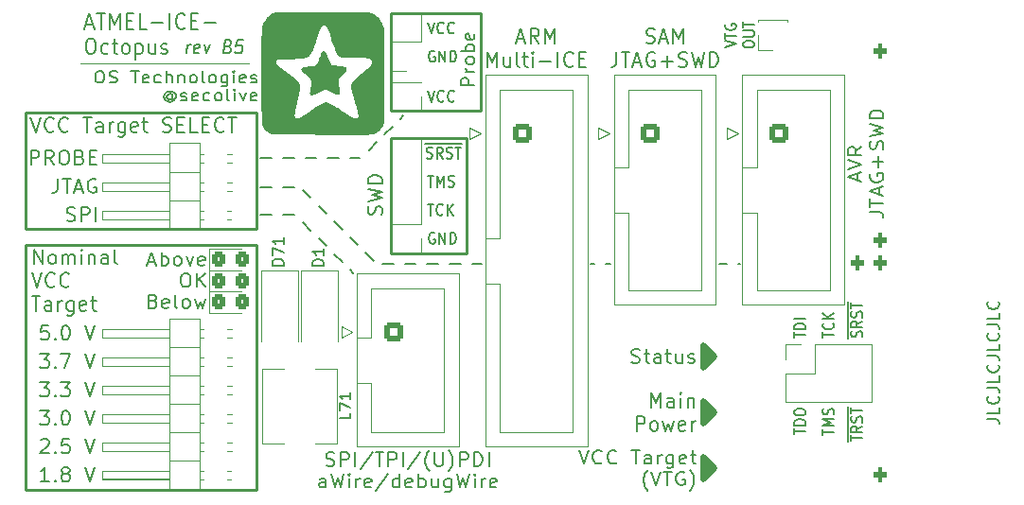
<source format=gbr>
G04 #@! TF.GenerationSoftware,KiCad,Pcbnew,(6.0.10-0)*
G04 #@! TF.CreationDate,2022-12-21T23:03:14+01:00*
G04 #@! TF.ProjectId,ATMEL-ICE-Octopus,41544d45-4c2d-4494-9345-2d4f63746f70,B5*
G04 #@! TF.SameCoordinates,Original*
G04 #@! TF.FileFunction,Legend,Top*
G04 #@! TF.FilePolarity,Positive*
%FSLAX46Y46*%
G04 Gerber Fmt 4.6, Leading zero omitted, Abs format (unit mm)*
G04 Created by KiCad (PCBNEW (6.0.10-0)) date 2022-12-21 23:03:14*
%MOMM*%
%LPD*%
G01*
G04 APERTURE LIST*
G04 Aperture macros list*
%AMRoundRect*
0 Rectangle with rounded corners*
0 $1 Rounding radius*
0 $2 $3 $4 $5 $6 $7 $8 $9 X,Y pos of 4 corners*
0 Add a 4 corners polygon primitive as box body*
4,1,4,$2,$3,$4,$5,$6,$7,$8,$9,$2,$3,0*
0 Add four circle primitives for the rounded corners*
1,1,$1+$1,$2,$3*
1,1,$1+$1,$4,$5*
1,1,$1+$1,$6,$7*
1,1,$1+$1,$8,$9*
0 Add four rect primitives between the rounded corners*
20,1,$1+$1,$2,$3,$4,$5,0*
20,1,$1+$1,$4,$5,$6,$7,0*
20,1,$1+$1,$6,$7,$8,$9,0*
20,1,$1+$1,$8,$9,$2,$3,0*%
%AMOutline5P*
0 Free polygon, 5 corners , with rotation*
0 The origin of the aperture is its center*
0 number of corners: always 5*
0 $1 to $10 corner X, Y*
0 $11 Rotation angle, in degrees counterclockwise*
0 create outline with 5 corners*
4,1,5,$1,$2,$3,$4,$5,$6,$7,$8,$9,$10,$1,$2,$11*%
%AMOutline6P*
0 Free polygon, 6 corners , with rotation*
0 The origin of the aperture is its center*
0 number of corners: always 6*
0 $1 to $12 corner X, Y*
0 $13 Rotation angle, in degrees counterclockwise*
0 create outline with 6 corners*
4,1,6,$1,$2,$3,$4,$5,$6,$7,$8,$9,$10,$11,$12,$1,$2,$13*%
%AMOutline7P*
0 Free polygon, 7 corners , with rotation*
0 The origin of the aperture is its center*
0 number of corners: always 7*
0 $1 to $14 corner X, Y*
0 $15 Rotation angle, in degrees counterclockwise*
0 create outline with 7 corners*
4,1,7,$1,$2,$3,$4,$5,$6,$7,$8,$9,$10,$11,$12,$13,$14,$1,$2,$15*%
%AMOutline8P*
0 Free polygon, 8 corners , with rotation*
0 The origin of the aperture is its center*
0 number of corners: always 8*
0 $1 to $16 corner X, Y*
0 $17 Rotation angle, in degrees counterclockwise*
0 create outline with 8 corners*
4,1,8,$1,$2,$3,$4,$5,$6,$7,$8,$9,$10,$11,$12,$13,$14,$15,$16,$1,$2,$17*%
G04 Aperture macros list end*
%ADD10C,0.200000*%
%ADD11C,0.250000*%
%ADD12C,0.500000*%
%ADD13C,0.100000*%
%ADD14C,0.700000*%
%ADD15C,0.180000*%
%ADD16C,0.150000*%
%ADD17C,0.154000*%
%ADD18C,0.120000*%
%ADD19C,0.500000*%
%ADD20R,2.600000X3.100000*%
%ADD21R,1.800000X3.100000*%
%ADD22C,2.500000*%
%ADD23RoundRect,0.250000X-0.325000X-0.450000X0.325000X-0.450000X0.325000X0.450000X-0.325000X0.450000X0*%
%ADD24C,1.700000*%
%ADD25O,1.700000X1.700000*%
%ADD26RoundRect,0.250000X-0.600000X-0.600000X0.600000X-0.600000X0.600000X0.600000X-0.600000X0.600000X0*%
%ADD27R,1.700000X1.700000*%
%ADD28R,2.500000X2.200000*%
%ADD29Outline8P,-0.600000X0.460000X-0.360000X0.700000X0.360000X0.700000X0.600000X0.460000X0.600000X-0.460000X0.360000X-0.700000X-0.360000X-0.700000X-0.600000X-0.460000X180.000000*%
%ADD30RoundRect,0.420000X0.180000X0.280000X-0.180000X0.280000X-0.180000X-0.280000X0.180000X-0.280000X0*%
%ADD31R,1.000000X1.000000*%
%ADD32O,1.000000X1.000000*%
%ADD33R,1.350000X1.350000*%
%ADD34O,1.350000X1.350000*%
G04 APERTURE END LIST*
D10*
X124600000Y-96700000D02*
X123600000Y-96700000D01*
D11*
X121200000Y-121300000D02*
X100600000Y-121300000D01*
D12*
X161200000Y-118400000D02*
X161200000Y-120400000D01*
D10*
X151500000Y-101100000D02*
X151100000Y-101100000D01*
D11*
X140000000Y-100155000D02*
X140000000Y-89855000D01*
X141300000Y-87400000D02*
X141300000Y-78680000D01*
D10*
X128900000Y-98000000D02*
X128200000Y-97300000D01*
D11*
X141300000Y-78680000D02*
X133300000Y-78680000D01*
D10*
X130300000Y-99400000D02*
X129600000Y-98700000D01*
D13*
X105500000Y-83100000D02*
X120600000Y-83100000D01*
D10*
X131700000Y-100800000D02*
X131000000Y-100100000D01*
D11*
X100600000Y-87500000D02*
X121200000Y-87500000D01*
D12*
X161200000Y-120400000D02*
X162250000Y-119400000D01*
D10*
X164500000Y-101100000D02*
X164300000Y-101100000D01*
X127500000Y-96600000D02*
X126800000Y-95900000D01*
D14*
X161600000Y-119000000D02*
X161600000Y-119800000D01*
D11*
X133300000Y-89850000D02*
X133300000Y-100150000D01*
D10*
X126600000Y-91600000D02*
X125600000Y-91600000D01*
X132700000Y-89500000D02*
X133400000Y-88800000D01*
X135500000Y-101100000D02*
X134500000Y-101100000D01*
X131300000Y-90900000D02*
X132000000Y-90200000D01*
D12*
X161200000Y-113400000D02*
X161200000Y-115400000D01*
D10*
X129600000Y-101600000D02*
X129900000Y-101900000D01*
X124600000Y-91600000D02*
X123600000Y-91600000D01*
D11*
X121200000Y-99400000D02*
X121200000Y-121300000D01*
D10*
X133500000Y-101100000D02*
X132500000Y-101100000D01*
X163300000Y-101100000D02*
X162600000Y-101100000D01*
D11*
X121200000Y-97970000D02*
X100600000Y-97970000D01*
D14*
X161600000Y-109000000D02*
X161600000Y-109800000D01*
D10*
X124600000Y-94200000D02*
X123600000Y-94200000D01*
D11*
X121200000Y-97970000D02*
X121200000Y-87500000D01*
D10*
X141400000Y-101100000D02*
X140500000Y-101100000D01*
X122600000Y-91600000D02*
X121600000Y-91600000D01*
X122600000Y-96700000D02*
X121600000Y-96700000D01*
X139500000Y-101100000D02*
X138500000Y-101100000D01*
X137500000Y-101100000D02*
X136500000Y-101100000D01*
D11*
X100600000Y-87500000D02*
X100600000Y-97970000D01*
X133300000Y-87400000D02*
X133300000Y-78680000D01*
D12*
X161200000Y-110400000D02*
X162250000Y-109400000D01*
D11*
X100600000Y-99400000D02*
X100600000Y-121300000D01*
D12*
X161200000Y-108400000D02*
X161200000Y-110400000D01*
D11*
X141300000Y-87400000D02*
X133300000Y-87400000D01*
D10*
X126800000Y-98800000D02*
X127500000Y-99500000D01*
D11*
X121200000Y-99400000D02*
X100600000Y-99400000D01*
X140000000Y-100155000D02*
X133300000Y-100150000D01*
D12*
X162250000Y-119400000D02*
X161200000Y-118400000D01*
X162250000Y-109400000D02*
X161200000Y-108400000D01*
X161200000Y-115400000D02*
X162250000Y-114400000D01*
D10*
X152900000Y-101100000D02*
X152500000Y-101100000D01*
X126100000Y-95200000D02*
X125400000Y-94500000D01*
X128200000Y-100200000D02*
X128900000Y-100900000D01*
X125400000Y-97400000D02*
X126100000Y-98100000D01*
D12*
X162250000Y-114400000D02*
X161200000Y-113400000D01*
D14*
X161600000Y-114000000D02*
X161600000Y-114800000D01*
D10*
X134100000Y-88100000D02*
X134400000Y-87800000D01*
X128600000Y-91600000D02*
X127600000Y-91600000D01*
X130500000Y-91600000D02*
X129600000Y-91600000D01*
X122600000Y-94200000D02*
X121600000Y-94200000D01*
D11*
X133300000Y-89850000D02*
X140000000Y-89850000D01*
D15*
X127475238Y-119119714D02*
X127660952Y-119176857D01*
X127970476Y-119176857D01*
X128094285Y-119119714D01*
X128156190Y-119062571D01*
X128218095Y-118948285D01*
X128218095Y-118834000D01*
X128156190Y-118719714D01*
X128094285Y-118662571D01*
X127970476Y-118605428D01*
X127722857Y-118548285D01*
X127599047Y-118491142D01*
X127537142Y-118434000D01*
X127475238Y-118319714D01*
X127475238Y-118205428D01*
X127537142Y-118091142D01*
X127599047Y-118034000D01*
X127722857Y-117976857D01*
X128032380Y-117976857D01*
X128218095Y-118034000D01*
X128775238Y-119176857D02*
X128775238Y-117976857D01*
X129270476Y-117976857D01*
X129394285Y-118034000D01*
X129456190Y-118091142D01*
X129518095Y-118205428D01*
X129518095Y-118376857D01*
X129456190Y-118491142D01*
X129394285Y-118548285D01*
X129270476Y-118605428D01*
X128775238Y-118605428D01*
X130075238Y-119176857D02*
X130075238Y-117976857D01*
X131622857Y-117919714D02*
X130508571Y-119462571D01*
X131870476Y-117976857D02*
X132613333Y-117976857D01*
X132241904Y-119176857D02*
X132241904Y-117976857D01*
X133046666Y-119176857D02*
X133046666Y-117976857D01*
X133541904Y-117976857D01*
X133665714Y-118034000D01*
X133727619Y-118091142D01*
X133789523Y-118205428D01*
X133789523Y-118376857D01*
X133727619Y-118491142D01*
X133665714Y-118548285D01*
X133541904Y-118605428D01*
X133046666Y-118605428D01*
X134346666Y-119176857D02*
X134346666Y-117976857D01*
X135894285Y-117919714D02*
X134780000Y-119462571D01*
X136699047Y-119634000D02*
X136637142Y-119576857D01*
X136513333Y-119405428D01*
X136451428Y-119291142D01*
X136389523Y-119119714D01*
X136327619Y-118834000D01*
X136327619Y-118605428D01*
X136389523Y-118319714D01*
X136451428Y-118148285D01*
X136513333Y-118034000D01*
X136637142Y-117862571D01*
X136699047Y-117805428D01*
X137194285Y-117976857D02*
X137194285Y-118948285D01*
X137256190Y-119062571D01*
X137318095Y-119119714D01*
X137441904Y-119176857D01*
X137689523Y-119176857D01*
X137813333Y-119119714D01*
X137875238Y-119062571D01*
X137937142Y-118948285D01*
X137937142Y-117976857D01*
X138432380Y-119634000D02*
X138494285Y-119576857D01*
X138618095Y-119405428D01*
X138680000Y-119291142D01*
X138741904Y-119119714D01*
X138803809Y-118834000D01*
X138803809Y-118605428D01*
X138741904Y-118319714D01*
X138680000Y-118148285D01*
X138618095Y-118034000D01*
X138494285Y-117862571D01*
X138432380Y-117805428D01*
X139422857Y-119176857D02*
X139422857Y-117976857D01*
X139918095Y-117976857D01*
X140041904Y-118034000D01*
X140103809Y-118091142D01*
X140165714Y-118205428D01*
X140165714Y-118376857D01*
X140103809Y-118491142D01*
X140041904Y-118548285D01*
X139918095Y-118605428D01*
X139422857Y-118605428D01*
X140722857Y-119176857D02*
X140722857Y-117976857D01*
X141032380Y-117976857D01*
X141218095Y-118034000D01*
X141341904Y-118148285D01*
X141403809Y-118262571D01*
X141465714Y-118491142D01*
X141465714Y-118662571D01*
X141403809Y-118891142D01*
X141341904Y-119005428D01*
X141218095Y-119119714D01*
X141032380Y-119176857D01*
X140722857Y-119176857D01*
X142022857Y-119176857D02*
X142022857Y-117976857D01*
X127444285Y-121108857D02*
X127444285Y-120480285D01*
X127382380Y-120366000D01*
X127258571Y-120308857D01*
X127010952Y-120308857D01*
X126887142Y-120366000D01*
X127444285Y-121051714D02*
X127320476Y-121108857D01*
X127010952Y-121108857D01*
X126887142Y-121051714D01*
X126825238Y-120937428D01*
X126825238Y-120823142D01*
X126887142Y-120708857D01*
X127010952Y-120651714D01*
X127320476Y-120651714D01*
X127444285Y-120594571D01*
X127939523Y-119908857D02*
X128249047Y-121108857D01*
X128496666Y-120251714D01*
X128744285Y-121108857D01*
X129053809Y-119908857D01*
X129549047Y-121108857D02*
X129549047Y-120308857D01*
X129549047Y-119908857D02*
X129487142Y-119966000D01*
X129549047Y-120023142D01*
X129610952Y-119966000D01*
X129549047Y-119908857D01*
X129549047Y-120023142D01*
X130168095Y-121108857D02*
X130168095Y-120308857D01*
X130168095Y-120537428D02*
X130230000Y-120423142D01*
X130291904Y-120366000D01*
X130415714Y-120308857D01*
X130539523Y-120308857D01*
X131468095Y-121051714D02*
X131344285Y-121108857D01*
X131096666Y-121108857D01*
X130972857Y-121051714D01*
X130910952Y-120937428D01*
X130910952Y-120480285D01*
X130972857Y-120366000D01*
X131096666Y-120308857D01*
X131344285Y-120308857D01*
X131468095Y-120366000D01*
X131530000Y-120480285D01*
X131530000Y-120594571D01*
X130910952Y-120708857D01*
X133015714Y-119851714D02*
X131901428Y-121394571D01*
X134006190Y-121108857D02*
X134006190Y-119908857D01*
X134006190Y-121051714D02*
X133882380Y-121108857D01*
X133634761Y-121108857D01*
X133510952Y-121051714D01*
X133449047Y-120994571D01*
X133387142Y-120880285D01*
X133387142Y-120537428D01*
X133449047Y-120423142D01*
X133510952Y-120366000D01*
X133634761Y-120308857D01*
X133882380Y-120308857D01*
X134006190Y-120366000D01*
X135120476Y-121051714D02*
X134996666Y-121108857D01*
X134749047Y-121108857D01*
X134625238Y-121051714D01*
X134563333Y-120937428D01*
X134563333Y-120480285D01*
X134625238Y-120366000D01*
X134749047Y-120308857D01*
X134996666Y-120308857D01*
X135120476Y-120366000D01*
X135182380Y-120480285D01*
X135182380Y-120594571D01*
X134563333Y-120708857D01*
X135739523Y-121108857D02*
X135739523Y-119908857D01*
X135739523Y-120366000D02*
X135863333Y-120308857D01*
X136110952Y-120308857D01*
X136234761Y-120366000D01*
X136296666Y-120423142D01*
X136358571Y-120537428D01*
X136358571Y-120880285D01*
X136296666Y-120994571D01*
X136234761Y-121051714D01*
X136110952Y-121108857D01*
X135863333Y-121108857D01*
X135739523Y-121051714D01*
X137472857Y-120308857D02*
X137472857Y-121108857D01*
X136915714Y-120308857D02*
X136915714Y-120937428D01*
X136977619Y-121051714D01*
X137101428Y-121108857D01*
X137287142Y-121108857D01*
X137410952Y-121051714D01*
X137472857Y-120994571D01*
X138649047Y-120308857D02*
X138649047Y-121280285D01*
X138587142Y-121394571D01*
X138525238Y-121451714D01*
X138401428Y-121508857D01*
X138215714Y-121508857D01*
X138091904Y-121451714D01*
X138649047Y-121051714D02*
X138525238Y-121108857D01*
X138277619Y-121108857D01*
X138153809Y-121051714D01*
X138091904Y-120994571D01*
X138030000Y-120880285D01*
X138030000Y-120537428D01*
X138091904Y-120423142D01*
X138153809Y-120366000D01*
X138277619Y-120308857D01*
X138525238Y-120308857D01*
X138649047Y-120366000D01*
X139144285Y-119908857D02*
X139453809Y-121108857D01*
X139701428Y-120251714D01*
X139949047Y-121108857D01*
X140258571Y-119908857D01*
X140753809Y-121108857D02*
X140753809Y-120308857D01*
X140753809Y-119908857D02*
X140691904Y-119966000D01*
X140753809Y-120023142D01*
X140815714Y-119966000D01*
X140753809Y-119908857D01*
X140753809Y-120023142D01*
X141372857Y-121108857D02*
X141372857Y-120308857D01*
X141372857Y-120537428D02*
X141434761Y-120423142D01*
X141496666Y-120366000D01*
X141620476Y-120308857D01*
X141744285Y-120308857D01*
X142672857Y-121051714D02*
X142549047Y-121108857D01*
X142301428Y-121108857D01*
X142177619Y-121051714D01*
X142115714Y-120937428D01*
X142115714Y-120480285D01*
X142177619Y-120366000D01*
X142301428Y-120308857D01*
X142549047Y-120308857D01*
X142672857Y-120366000D01*
X142734761Y-120480285D01*
X142734761Y-120594571D01*
X142115714Y-120708857D01*
X111992523Y-104414285D02*
X112178238Y-104471428D01*
X112240142Y-104528571D01*
X112302047Y-104642857D01*
X112302047Y-104814285D01*
X112240142Y-104928571D01*
X112178238Y-104985714D01*
X112054428Y-105042857D01*
X111559190Y-105042857D01*
X111559190Y-103842857D01*
X111992523Y-103842857D01*
X112116333Y-103900000D01*
X112178238Y-103957142D01*
X112240142Y-104071428D01*
X112240142Y-104185714D01*
X112178238Y-104300000D01*
X112116333Y-104357142D01*
X111992523Y-104414285D01*
X111559190Y-104414285D01*
X113354428Y-104985714D02*
X113230619Y-105042857D01*
X112983000Y-105042857D01*
X112859190Y-104985714D01*
X112797285Y-104871428D01*
X112797285Y-104414285D01*
X112859190Y-104300000D01*
X112983000Y-104242857D01*
X113230619Y-104242857D01*
X113354428Y-104300000D01*
X113416333Y-104414285D01*
X113416333Y-104528571D01*
X112797285Y-104642857D01*
X114159190Y-105042857D02*
X114035380Y-104985714D01*
X113973476Y-104871428D01*
X113973476Y-103842857D01*
X114840142Y-105042857D02*
X114716333Y-104985714D01*
X114654428Y-104928571D01*
X114592523Y-104814285D01*
X114592523Y-104471428D01*
X114654428Y-104357142D01*
X114716333Y-104300000D01*
X114840142Y-104242857D01*
X115025857Y-104242857D01*
X115149666Y-104300000D01*
X115211571Y-104357142D01*
X115273476Y-104471428D01*
X115273476Y-104814285D01*
X115211571Y-104928571D01*
X115149666Y-104985714D01*
X115025857Y-105042857D01*
X114840142Y-105042857D01*
X115706809Y-104242857D02*
X115954428Y-105042857D01*
X116202047Y-104471428D01*
X116449666Y-105042857D01*
X116697285Y-104242857D01*
D16*
X136583214Y-95737380D02*
X137097500Y-95737380D01*
X136840357Y-96737380D02*
X136840357Y-95737380D01*
X137911785Y-96642142D02*
X137868928Y-96689761D01*
X137740357Y-96737380D01*
X137654642Y-96737380D01*
X137526071Y-96689761D01*
X137440357Y-96594523D01*
X137397500Y-96499285D01*
X137354642Y-96308809D01*
X137354642Y-96165952D01*
X137397500Y-95975476D01*
X137440357Y-95880238D01*
X137526071Y-95785000D01*
X137654642Y-95737380D01*
X137740357Y-95737380D01*
X137868928Y-95785000D01*
X137911785Y-95832619D01*
X138297500Y-96737380D02*
X138297500Y-95737380D01*
X138811785Y-96737380D02*
X138426071Y-96165952D01*
X138811785Y-95737380D02*
X138297500Y-96308809D01*
X137183214Y-82050000D02*
X137097500Y-82002380D01*
X136968928Y-82002380D01*
X136840357Y-82050000D01*
X136754642Y-82145238D01*
X136711785Y-82240476D01*
X136668928Y-82430952D01*
X136668928Y-82573809D01*
X136711785Y-82764285D01*
X136754642Y-82859523D01*
X136840357Y-82954761D01*
X136968928Y-83002380D01*
X137054642Y-83002380D01*
X137183214Y-82954761D01*
X137226071Y-82907142D01*
X137226071Y-82573809D01*
X137054642Y-82573809D01*
X137611785Y-83002380D02*
X137611785Y-82002380D01*
X138126071Y-83002380D01*
X138126071Y-82002380D01*
X138554642Y-83002380D02*
X138554642Y-82002380D01*
X138768928Y-82002380D01*
X138897500Y-82050000D01*
X138983214Y-82145238D01*
X139026071Y-82240476D01*
X139068928Y-82430952D01*
X139068928Y-82573809D01*
X139026071Y-82764285D01*
X138983214Y-82859523D01*
X138897500Y-82954761D01*
X138768928Y-83002380D01*
X138554642Y-83002380D01*
D15*
X101040809Y-87988095D02*
X101474142Y-89288095D01*
X101907476Y-87988095D01*
X103083666Y-89164285D02*
X103021761Y-89226190D01*
X102836047Y-89288095D01*
X102712238Y-89288095D01*
X102526523Y-89226190D01*
X102402714Y-89102380D01*
X102340809Y-88978571D01*
X102278904Y-88730952D01*
X102278904Y-88545238D01*
X102340809Y-88297619D01*
X102402714Y-88173809D01*
X102526523Y-88050000D01*
X102712238Y-87988095D01*
X102836047Y-87988095D01*
X103021761Y-88050000D01*
X103083666Y-88111904D01*
X104383666Y-89164285D02*
X104321761Y-89226190D01*
X104136047Y-89288095D01*
X104012238Y-89288095D01*
X103826523Y-89226190D01*
X103702714Y-89102380D01*
X103640809Y-88978571D01*
X103578904Y-88730952D01*
X103578904Y-88545238D01*
X103640809Y-88297619D01*
X103702714Y-88173809D01*
X103826523Y-88050000D01*
X104012238Y-87988095D01*
X104136047Y-87988095D01*
X104321761Y-88050000D01*
X104383666Y-88111904D01*
X105745571Y-87988095D02*
X106488428Y-87988095D01*
X106117000Y-89288095D02*
X106117000Y-87988095D01*
X107478904Y-89288095D02*
X107478904Y-88607142D01*
X107417000Y-88483333D01*
X107293190Y-88421428D01*
X107045571Y-88421428D01*
X106921761Y-88483333D01*
X107478904Y-89226190D02*
X107355095Y-89288095D01*
X107045571Y-89288095D01*
X106921761Y-89226190D01*
X106859857Y-89102380D01*
X106859857Y-88978571D01*
X106921761Y-88854761D01*
X107045571Y-88792857D01*
X107355095Y-88792857D01*
X107478904Y-88730952D01*
X108097952Y-89288095D02*
X108097952Y-88421428D01*
X108097952Y-88669047D02*
X108159857Y-88545238D01*
X108221761Y-88483333D01*
X108345571Y-88421428D01*
X108469380Y-88421428D01*
X109459857Y-88421428D02*
X109459857Y-89473809D01*
X109397952Y-89597619D01*
X109336047Y-89659523D01*
X109212238Y-89721428D01*
X109026523Y-89721428D01*
X108902714Y-89659523D01*
X109459857Y-89226190D02*
X109336047Y-89288095D01*
X109088428Y-89288095D01*
X108964619Y-89226190D01*
X108902714Y-89164285D01*
X108840809Y-89040476D01*
X108840809Y-88669047D01*
X108902714Y-88545238D01*
X108964619Y-88483333D01*
X109088428Y-88421428D01*
X109336047Y-88421428D01*
X109459857Y-88483333D01*
X110574142Y-89226190D02*
X110450333Y-89288095D01*
X110202714Y-89288095D01*
X110078904Y-89226190D01*
X110017000Y-89102380D01*
X110017000Y-88607142D01*
X110078904Y-88483333D01*
X110202714Y-88421428D01*
X110450333Y-88421428D01*
X110574142Y-88483333D01*
X110636047Y-88607142D01*
X110636047Y-88730952D01*
X110017000Y-88854761D01*
X111007476Y-88421428D02*
X111502714Y-88421428D01*
X111193190Y-87988095D02*
X111193190Y-89102380D01*
X111255095Y-89226190D01*
X111378904Y-89288095D01*
X111502714Y-89288095D01*
X112864619Y-89226190D02*
X113050333Y-89288095D01*
X113359857Y-89288095D01*
X113483666Y-89226190D01*
X113545571Y-89164285D01*
X113607476Y-89040476D01*
X113607476Y-88916666D01*
X113545571Y-88792857D01*
X113483666Y-88730952D01*
X113359857Y-88669047D01*
X113112238Y-88607142D01*
X112988428Y-88545238D01*
X112926523Y-88483333D01*
X112864619Y-88359523D01*
X112864619Y-88235714D01*
X112926523Y-88111904D01*
X112988428Y-88050000D01*
X113112238Y-87988095D01*
X113421761Y-87988095D01*
X113607476Y-88050000D01*
X114164619Y-88607142D02*
X114597952Y-88607142D01*
X114783666Y-89288095D02*
X114164619Y-89288095D01*
X114164619Y-87988095D01*
X114783666Y-87988095D01*
X115959857Y-89288095D02*
X115340809Y-89288095D01*
X115340809Y-87988095D01*
X116393190Y-88607142D02*
X116826523Y-88607142D01*
X117012238Y-89288095D02*
X116393190Y-89288095D01*
X116393190Y-87988095D01*
X117012238Y-87988095D01*
X118312238Y-89164285D02*
X118250333Y-89226190D01*
X118064619Y-89288095D01*
X117940809Y-89288095D01*
X117755095Y-89226190D01*
X117631285Y-89102380D01*
X117569380Y-88978571D01*
X117507476Y-88730952D01*
X117507476Y-88545238D01*
X117569380Y-88297619D01*
X117631285Y-88173809D01*
X117755095Y-88050000D01*
X117940809Y-87988095D01*
X118064619Y-87988095D01*
X118250333Y-88050000D01*
X118312238Y-88111904D01*
X118683666Y-87988095D02*
X119426523Y-87988095D01*
X119055095Y-89288095D02*
X119055095Y-87988095D01*
D16*
X169352380Y-107716785D02*
X169352380Y-107202500D01*
X170352380Y-107459642D02*
X169352380Y-107459642D01*
X170352380Y-106902500D02*
X169352380Y-106902500D01*
X169352380Y-106688214D01*
X169400000Y-106559642D01*
X169495238Y-106473928D01*
X169590476Y-106431071D01*
X169780952Y-106388214D01*
X169923809Y-106388214D01*
X170114285Y-106431071D01*
X170209523Y-106473928D01*
X170304761Y-106559642D01*
X170352380Y-106688214D01*
X170352380Y-106902500D01*
X170352380Y-106002500D02*
X169352380Y-106002500D01*
D15*
X114778238Y-101942857D02*
X115025857Y-101942857D01*
X115149666Y-102000000D01*
X115273476Y-102114285D01*
X115335380Y-102342857D01*
X115335380Y-102742857D01*
X115273476Y-102971428D01*
X115149666Y-103085714D01*
X115025857Y-103142857D01*
X114778238Y-103142857D01*
X114654428Y-103085714D01*
X114530619Y-102971428D01*
X114468714Y-102742857D01*
X114468714Y-102342857D01*
X114530619Y-102114285D01*
X114654428Y-102000000D01*
X114778238Y-101942857D01*
X115892523Y-103142857D02*
X115892523Y-101942857D01*
X116635380Y-103142857D02*
X116078238Y-102457142D01*
X116635380Y-101942857D02*
X115892523Y-102628571D01*
X101326523Y-101095095D02*
X101326523Y-99795095D01*
X102069380Y-101095095D01*
X102069380Y-99795095D01*
X102874142Y-101095095D02*
X102750333Y-101033190D01*
X102688428Y-100971285D01*
X102626523Y-100847476D01*
X102626523Y-100476047D01*
X102688428Y-100352238D01*
X102750333Y-100290333D01*
X102874142Y-100228428D01*
X103059857Y-100228428D01*
X103183666Y-100290333D01*
X103245571Y-100352238D01*
X103307476Y-100476047D01*
X103307476Y-100847476D01*
X103245571Y-100971285D01*
X103183666Y-101033190D01*
X103059857Y-101095095D01*
X102874142Y-101095095D01*
X103864619Y-101095095D02*
X103864619Y-100228428D01*
X103864619Y-100352238D02*
X103926523Y-100290333D01*
X104050333Y-100228428D01*
X104236047Y-100228428D01*
X104359857Y-100290333D01*
X104421761Y-100414142D01*
X104421761Y-101095095D01*
X104421761Y-100414142D02*
X104483666Y-100290333D01*
X104607476Y-100228428D01*
X104793190Y-100228428D01*
X104917000Y-100290333D01*
X104978904Y-100414142D01*
X104978904Y-101095095D01*
X105597952Y-101095095D02*
X105597952Y-100228428D01*
X105597952Y-99795095D02*
X105536047Y-99857000D01*
X105597952Y-99918904D01*
X105659857Y-99857000D01*
X105597952Y-99795095D01*
X105597952Y-99918904D01*
X106217000Y-100228428D02*
X106217000Y-101095095D01*
X106217000Y-100352238D02*
X106278904Y-100290333D01*
X106402714Y-100228428D01*
X106588428Y-100228428D01*
X106712238Y-100290333D01*
X106774142Y-100414142D01*
X106774142Y-101095095D01*
X107950333Y-101095095D02*
X107950333Y-100414142D01*
X107888428Y-100290333D01*
X107764619Y-100228428D01*
X107517000Y-100228428D01*
X107393190Y-100290333D01*
X107950333Y-101033190D02*
X107826523Y-101095095D01*
X107517000Y-101095095D01*
X107393190Y-101033190D01*
X107331285Y-100909380D01*
X107331285Y-100785571D01*
X107393190Y-100661761D01*
X107517000Y-100599857D01*
X107826523Y-100599857D01*
X107950333Y-100537952D01*
X108755095Y-101095095D02*
X108631285Y-101033190D01*
X108569380Y-100909380D01*
X108569380Y-99795095D01*
X101140809Y-101888095D02*
X101574142Y-103188095D01*
X102007476Y-101888095D01*
X103183666Y-103064285D02*
X103121761Y-103126190D01*
X102936047Y-103188095D01*
X102812238Y-103188095D01*
X102626523Y-103126190D01*
X102502714Y-103002380D01*
X102440809Y-102878571D01*
X102378904Y-102630952D01*
X102378904Y-102445238D01*
X102440809Y-102197619D01*
X102502714Y-102073809D01*
X102626523Y-101950000D01*
X102812238Y-101888095D01*
X102936047Y-101888095D01*
X103121761Y-101950000D01*
X103183666Y-102011904D01*
X104483666Y-103064285D02*
X104421761Y-103126190D01*
X104236047Y-103188095D01*
X104112238Y-103188095D01*
X103926523Y-103126190D01*
X103802714Y-103002380D01*
X103740809Y-102878571D01*
X103678904Y-102630952D01*
X103678904Y-102445238D01*
X103740809Y-102197619D01*
X103802714Y-102073809D01*
X103926523Y-101950000D01*
X104112238Y-101888095D01*
X104236047Y-101888095D01*
X104421761Y-101950000D01*
X104483666Y-102011904D01*
X101140809Y-103981095D02*
X101883666Y-103981095D01*
X101512238Y-105281095D02*
X101512238Y-103981095D01*
X102874142Y-105281095D02*
X102874142Y-104600142D01*
X102812238Y-104476333D01*
X102688428Y-104414428D01*
X102440809Y-104414428D01*
X102317000Y-104476333D01*
X102874142Y-105219190D02*
X102750333Y-105281095D01*
X102440809Y-105281095D01*
X102317000Y-105219190D01*
X102255095Y-105095380D01*
X102255095Y-104971571D01*
X102317000Y-104847761D01*
X102440809Y-104785857D01*
X102750333Y-104785857D01*
X102874142Y-104723952D01*
X103493190Y-105281095D02*
X103493190Y-104414428D01*
X103493190Y-104662047D02*
X103555095Y-104538238D01*
X103617000Y-104476333D01*
X103740809Y-104414428D01*
X103864619Y-104414428D01*
X104855095Y-104414428D02*
X104855095Y-105466809D01*
X104793190Y-105590619D01*
X104731285Y-105652523D01*
X104607476Y-105714428D01*
X104421761Y-105714428D01*
X104297952Y-105652523D01*
X104855095Y-105219190D02*
X104731285Y-105281095D01*
X104483666Y-105281095D01*
X104359857Y-105219190D01*
X104297952Y-105157285D01*
X104236047Y-105033476D01*
X104236047Y-104662047D01*
X104297952Y-104538238D01*
X104359857Y-104476333D01*
X104483666Y-104414428D01*
X104731285Y-104414428D01*
X104855095Y-104476333D01*
X105969380Y-105219190D02*
X105845571Y-105281095D01*
X105597952Y-105281095D01*
X105474142Y-105219190D01*
X105412238Y-105095380D01*
X105412238Y-104600142D01*
X105474142Y-104476333D01*
X105597952Y-104414428D01*
X105845571Y-104414428D01*
X105969380Y-104476333D01*
X106031285Y-104600142D01*
X106031285Y-104723952D01*
X105412238Y-104847761D01*
X106402714Y-104414428D02*
X106897952Y-104414428D01*
X106588428Y-103981095D02*
X106588428Y-105095380D01*
X106650333Y-105219190D01*
X106774142Y-105281095D01*
X106897952Y-105281095D01*
X156108571Y-81279690D02*
X156294285Y-81341595D01*
X156603809Y-81341595D01*
X156727619Y-81279690D01*
X156789523Y-81217785D01*
X156851428Y-81093976D01*
X156851428Y-80970166D01*
X156789523Y-80846357D01*
X156727619Y-80784452D01*
X156603809Y-80722547D01*
X156356190Y-80660642D01*
X156232380Y-80598738D01*
X156170476Y-80536833D01*
X156108571Y-80413023D01*
X156108571Y-80289214D01*
X156170476Y-80165404D01*
X156232380Y-80103500D01*
X156356190Y-80041595D01*
X156665714Y-80041595D01*
X156851428Y-80103500D01*
X157346666Y-80970166D02*
X157965714Y-80970166D01*
X157222857Y-81341595D02*
X157656190Y-80041595D01*
X158089523Y-81341595D01*
X158522857Y-81341595D02*
X158522857Y-80041595D01*
X158956190Y-80970166D01*
X159389523Y-80041595D01*
X159389523Y-81341595D01*
X153446666Y-82134595D02*
X153446666Y-83063166D01*
X153384761Y-83248880D01*
X153260952Y-83372690D01*
X153075238Y-83434595D01*
X152951428Y-83434595D01*
X153880000Y-82134595D02*
X154622857Y-82134595D01*
X154251428Y-83434595D02*
X154251428Y-82134595D01*
X154994285Y-83063166D02*
X155613333Y-83063166D01*
X154870476Y-83434595D02*
X155303809Y-82134595D01*
X155737142Y-83434595D01*
X156851428Y-82196500D02*
X156727619Y-82134595D01*
X156541904Y-82134595D01*
X156356190Y-82196500D01*
X156232380Y-82320309D01*
X156170476Y-82444119D01*
X156108571Y-82691738D01*
X156108571Y-82877452D01*
X156170476Y-83125071D01*
X156232380Y-83248880D01*
X156356190Y-83372690D01*
X156541904Y-83434595D01*
X156665714Y-83434595D01*
X156851428Y-83372690D01*
X156913333Y-83310785D01*
X156913333Y-82877452D01*
X156665714Y-82877452D01*
X157470476Y-82939357D02*
X158460952Y-82939357D01*
X157965714Y-83434595D02*
X157965714Y-82444119D01*
X159018095Y-83372690D02*
X159203809Y-83434595D01*
X159513333Y-83434595D01*
X159637142Y-83372690D01*
X159699047Y-83310785D01*
X159760952Y-83186976D01*
X159760952Y-83063166D01*
X159699047Y-82939357D01*
X159637142Y-82877452D01*
X159513333Y-82815547D01*
X159265714Y-82753642D01*
X159141904Y-82691738D01*
X159080000Y-82629833D01*
X159018095Y-82506023D01*
X159018095Y-82382214D01*
X159080000Y-82258404D01*
X159141904Y-82196500D01*
X159265714Y-82134595D01*
X159575238Y-82134595D01*
X159760952Y-82196500D01*
X160194285Y-82134595D02*
X160503809Y-83434595D01*
X160751428Y-82506023D01*
X160999047Y-83434595D01*
X161308571Y-82134595D01*
X161803809Y-83434595D02*
X161803809Y-82134595D01*
X162113333Y-82134595D01*
X162299047Y-82196500D01*
X162422857Y-82320309D01*
X162484761Y-82444119D01*
X162546666Y-82691738D01*
X162546666Y-82877452D01*
X162484761Y-83125071D01*
X162422857Y-83248880D01*
X162299047Y-83372690D01*
X162113333Y-83434595D01*
X161803809Y-83434595D01*
D16*
X163147380Y-81692857D02*
X164147380Y-81392857D01*
X163147380Y-81092857D01*
X163147380Y-80921428D02*
X163147380Y-80407142D01*
X164147380Y-80664285D02*
X163147380Y-80664285D01*
X163195000Y-79635714D02*
X163147380Y-79721428D01*
X163147380Y-79850000D01*
X163195000Y-79978571D01*
X163290238Y-80064285D01*
X163385476Y-80107142D01*
X163575952Y-80150000D01*
X163718809Y-80150000D01*
X163909285Y-80107142D01*
X164004523Y-80064285D01*
X164099761Y-79978571D01*
X164147380Y-79850000D01*
X164147380Y-79764285D01*
X164099761Y-79635714D01*
X164052142Y-79592857D01*
X163718809Y-79592857D01*
X163718809Y-79764285D01*
X164757380Y-81500000D02*
X164757380Y-81328571D01*
X164805000Y-81242857D01*
X164900238Y-81157142D01*
X165090714Y-81114285D01*
X165424047Y-81114285D01*
X165614523Y-81157142D01*
X165709761Y-81242857D01*
X165757380Y-81328571D01*
X165757380Y-81500000D01*
X165709761Y-81585714D01*
X165614523Y-81671428D01*
X165424047Y-81714285D01*
X165090714Y-81714285D01*
X164900238Y-81671428D01*
X164805000Y-81585714D01*
X164757380Y-81500000D01*
X164757380Y-80728571D02*
X165566904Y-80728571D01*
X165662142Y-80685714D01*
X165709761Y-80642857D01*
X165757380Y-80557142D01*
X165757380Y-80385714D01*
X165709761Y-80300000D01*
X165662142Y-80257142D01*
X165566904Y-80214285D01*
X164757380Y-80214285D01*
X164757380Y-79914285D02*
X164757380Y-79400000D01*
X165757380Y-79657142D02*
X164757380Y-79657142D01*
D15*
X132426190Y-96664285D02*
X132488095Y-96478571D01*
X132488095Y-96169047D01*
X132426190Y-96045238D01*
X132364285Y-95983333D01*
X132240476Y-95921428D01*
X132116666Y-95921428D01*
X131992857Y-95983333D01*
X131930952Y-96045238D01*
X131869047Y-96169047D01*
X131807142Y-96416666D01*
X131745238Y-96540476D01*
X131683333Y-96602380D01*
X131559523Y-96664285D01*
X131435714Y-96664285D01*
X131311904Y-96602380D01*
X131250000Y-96540476D01*
X131188095Y-96416666D01*
X131188095Y-96107142D01*
X131250000Y-95921428D01*
X131188095Y-95488095D02*
X132488095Y-95178571D01*
X131559523Y-94930952D01*
X132488095Y-94683333D01*
X131188095Y-94373809D01*
X132488095Y-93878571D02*
X131188095Y-93878571D01*
X131188095Y-93569047D01*
X131250000Y-93383333D01*
X131373809Y-93259523D01*
X131497619Y-93197619D01*
X131745238Y-93135714D01*
X131930952Y-93135714D01*
X132178571Y-93197619D01*
X132302380Y-93259523D01*
X132426190Y-93383333D01*
X132488095Y-93569047D01*
X132488095Y-93878571D01*
D16*
X136583214Y-93197380D02*
X137097500Y-93197380D01*
X136840357Y-94197380D02*
X136840357Y-93197380D01*
X137397500Y-94197380D02*
X137397500Y-93197380D01*
X137697500Y-93911666D01*
X137997500Y-93197380D01*
X137997500Y-94197380D01*
X138383214Y-94149761D02*
X138511785Y-94197380D01*
X138726071Y-94197380D01*
X138811785Y-94149761D01*
X138854642Y-94102142D01*
X138897500Y-94006904D01*
X138897500Y-93911666D01*
X138854642Y-93816428D01*
X138811785Y-93768809D01*
X138726071Y-93721190D01*
X138554642Y-93673571D01*
X138468928Y-93625952D01*
X138426071Y-93578333D01*
X138383214Y-93483095D01*
X138383214Y-93387857D01*
X138426071Y-93292619D01*
X138468928Y-93245000D01*
X138554642Y-93197380D01*
X138768928Y-93197380D01*
X138897500Y-93245000D01*
D15*
X102611571Y-106588095D02*
X101992523Y-106588095D01*
X101930619Y-107207142D01*
X101992523Y-107145238D01*
X102116333Y-107083333D01*
X102425857Y-107083333D01*
X102549666Y-107145238D01*
X102611571Y-107207142D01*
X102673476Y-107330952D01*
X102673476Y-107640476D01*
X102611571Y-107764285D01*
X102549666Y-107826190D01*
X102425857Y-107888095D01*
X102116333Y-107888095D01*
X101992523Y-107826190D01*
X101930619Y-107764285D01*
X103230619Y-107764285D02*
X103292523Y-107826190D01*
X103230619Y-107888095D01*
X103168714Y-107826190D01*
X103230619Y-107764285D01*
X103230619Y-107888095D01*
X104097285Y-106588095D02*
X104221095Y-106588095D01*
X104344904Y-106650000D01*
X104406809Y-106711904D01*
X104468714Y-106835714D01*
X104530619Y-107083333D01*
X104530619Y-107392857D01*
X104468714Y-107640476D01*
X104406809Y-107764285D01*
X104344904Y-107826190D01*
X104221095Y-107888095D01*
X104097285Y-107888095D01*
X103973476Y-107826190D01*
X103911571Y-107764285D01*
X103849666Y-107640476D01*
X103787761Y-107392857D01*
X103787761Y-107083333D01*
X103849666Y-106835714D01*
X103911571Y-106711904D01*
X103973476Y-106650000D01*
X104097285Y-106588095D01*
X105892523Y-106588095D02*
X106325857Y-107888095D01*
X106759190Y-106588095D01*
D16*
X107102500Y-83847380D02*
X107331071Y-83847380D01*
X107445357Y-83895000D01*
X107559642Y-83990238D01*
X107616785Y-84180714D01*
X107616785Y-84514047D01*
X107559642Y-84704523D01*
X107445357Y-84799761D01*
X107331071Y-84847380D01*
X107102500Y-84847380D01*
X106988214Y-84799761D01*
X106873928Y-84704523D01*
X106816785Y-84514047D01*
X106816785Y-84180714D01*
X106873928Y-83990238D01*
X106988214Y-83895000D01*
X107102500Y-83847380D01*
X108073928Y-84799761D02*
X108245357Y-84847380D01*
X108531071Y-84847380D01*
X108645357Y-84799761D01*
X108702500Y-84752142D01*
X108759642Y-84656904D01*
X108759642Y-84561666D01*
X108702500Y-84466428D01*
X108645357Y-84418809D01*
X108531071Y-84371190D01*
X108302500Y-84323571D01*
X108188214Y-84275952D01*
X108131071Y-84228333D01*
X108073928Y-84133095D01*
X108073928Y-84037857D01*
X108131071Y-83942619D01*
X108188214Y-83895000D01*
X108302500Y-83847380D01*
X108588214Y-83847380D01*
X108759642Y-83895000D01*
X110016785Y-83847380D02*
X110702500Y-83847380D01*
X110359642Y-84847380D02*
X110359642Y-83847380D01*
X111559642Y-84799761D02*
X111445357Y-84847380D01*
X111216785Y-84847380D01*
X111102500Y-84799761D01*
X111045357Y-84704523D01*
X111045357Y-84323571D01*
X111102500Y-84228333D01*
X111216785Y-84180714D01*
X111445357Y-84180714D01*
X111559642Y-84228333D01*
X111616785Y-84323571D01*
X111616785Y-84418809D01*
X111045357Y-84514047D01*
X112645357Y-84799761D02*
X112531071Y-84847380D01*
X112302500Y-84847380D01*
X112188214Y-84799761D01*
X112131071Y-84752142D01*
X112073928Y-84656904D01*
X112073928Y-84371190D01*
X112131071Y-84275952D01*
X112188214Y-84228333D01*
X112302500Y-84180714D01*
X112531071Y-84180714D01*
X112645357Y-84228333D01*
X113159642Y-84847380D02*
X113159642Y-83847380D01*
X113673928Y-84847380D02*
X113673928Y-84323571D01*
X113616785Y-84228333D01*
X113502500Y-84180714D01*
X113331071Y-84180714D01*
X113216785Y-84228333D01*
X113159642Y-84275952D01*
X114245357Y-84180714D02*
X114245357Y-84847380D01*
X114245357Y-84275952D02*
X114302500Y-84228333D01*
X114416785Y-84180714D01*
X114588214Y-84180714D01*
X114702500Y-84228333D01*
X114759642Y-84323571D01*
X114759642Y-84847380D01*
X115502500Y-84847380D02*
X115388214Y-84799761D01*
X115331071Y-84752142D01*
X115273928Y-84656904D01*
X115273928Y-84371190D01*
X115331071Y-84275952D01*
X115388214Y-84228333D01*
X115502500Y-84180714D01*
X115673928Y-84180714D01*
X115788214Y-84228333D01*
X115845357Y-84275952D01*
X115902500Y-84371190D01*
X115902500Y-84656904D01*
X115845357Y-84752142D01*
X115788214Y-84799761D01*
X115673928Y-84847380D01*
X115502500Y-84847380D01*
X116588214Y-84847380D02*
X116473928Y-84799761D01*
X116416785Y-84704523D01*
X116416785Y-83847380D01*
X117216785Y-84847380D02*
X117102500Y-84799761D01*
X117045357Y-84752142D01*
X116988214Y-84656904D01*
X116988214Y-84371190D01*
X117045357Y-84275952D01*
X117102500Y-84228333D01*
X117216785Y-84180714D01*
X117388214Y-84180714D01*
X117502500Y-84228333D01*
X117559642Y-84275952D01*
X117616785Y-84371190D01*
X117616785Y-84656904D01*
X117559642Y-84752142D01*
X117502500Y-84799761D01*
X117388214Y-84847380D01*
X117216785Y-84847380D01*
X118645357Y-84180714D02*
X118645357Y-84990238D01*
X118588214Y-85085476D01*
X118531071Y-85133095D01*
X118416785Y-85180714D01*
X118245357Y-85180714D01*
X118131071Y-85133095D01*
X118645357Y-84799761D02*
X118531071Y-84847380D01*
X118302500Y-84847380D01*
X118188214Y-84799761D01*
X118131071Y-84752142D01*
X118073928Y-84656904D01*
X118073928Y-84371190D01*
X118131071Y-84275952D01*
X118188214Y-84228333D01*
X118302500Y-84180714D01*
X118531071Y-84180714D01*
X118645357Y-84228333D01*
X119216785Y-84847380D02*
X119216785Y-84180714D01*
X119216785Y-83847380D02*
X119159642Y-83895000D01*
X119216785Y-83942619D01*
X119273928Y-83895000D01*
X119216785Y-83847380D01*
X119216785Y-83942619D01*
X120245357Y-84799761D02*
X120131071Y-84847380D01*
X119902500Y-84847380D01*
X119788214Y-84799761D01*
X119731071Y-84704523D01*
X119731071Y-84323571D01*
X119788214Y-84228333D01*
X119902500Y-84180714D01*
X120131071Y-84180714D01*
X120245357Y-84228333D01*
X120302500Y-84323571D01*
X120302500Y-84418809D01*
X119731071Y-84514047D01*
X120759642Y-84799761D02*
X120873928Y-84847380D01*
X121102500Y-84847380D01*
X121216785Y-84799761D01*
X121273928Y-84704523D01*
X121273928Y-84656904D01*
X121216785Y-84561666D01*
X121102500Y-84514047D01*
X120931071Y-84514047D01*
X120816785Y-84466428D01*
X120759642Y-84371190D01*
X120759642Y-84323571D01*
X120816785Y-84228333D01*
X120931071Y-84180714D01*
X121102500Y-84180714D01*
X121216785Y-84228333D01*
X113731071Y-85981190D02*
X113673928Y-85933571D01*
X113559642Y-85885952D01*
X113445357Y-85885952D01*
X113331071Y-85933571D01*
X113273928Y-85981190D01*
X113216785Y-86076428D01*
X113216785Y-86171666D01*
X113273928Y-86266904D01*
X113331071Y-86314523D01*
X113445357Y-86362142D01*
X113559642Y-86362142D01*
X113673928Y-86314523D01*
X113731071Y-86266904D01*
X113731071Y-85885952D02*
X113731071Y-86266904D01*
X113788214Y-86314523D01*
X113845357Y-86314523D01*
X113959642Y-86266904D01*
X114016785Y-86171666D01*
X114016785Y-85933571D01*
X113902500Y-85790714D01*
X113731071Y-85695476D01*
X113502500Y-85647857D01*
X113273928Y-85695476D01*
X113102500Y-85790714D01*
X112988214Y-85933571D01*
X112931071Y-86124047D01*
X112988214Y-86314523D01*
X113102500Y-86457380D01*
X113273928Y-86552619D01*
X113502500Y-86600238D01*
X113731071Y-86552619D01*
X113902500Y-86457380D01*
X114473928Y-86409761D02*
X114588214Y-86457380D01*
X114816785Y-86457380D01*
X114931071Y-86409761D01*
X114988214Y-86314523D01*
X114988214Y-86266904D01*
X114931071Y-86171666D01*
X114816785Y-86124047D01*
X114645357Y-86124047D01*
X114531071Y-86076428D01*
X114473928Y-85981190D01*
X114473928Y-85933571D01*
X114531071Y-85838333D01*
X114645357Y-85790714D01*
X114816785Y-85790714D01*
X114931071Y-85838333D01*
X115959642Y-86409761D02*
X115845357Y-86457380D01*
X115616785Y-86457380D01*
X115502500Y-86409761D01*
X115445357Y-86314523D01*
X115445357Y-85933571D01*
X115502500Y-85838333D01*
X115616785Y-85790714D01*
X115845357Y-85790714D01*
X115959642Y-85838333D01*
X116016785Y-85933571D01*
X116016785Y-86028809D01*
X115445357Y-86124047D01*
X117045357Y-86409761D02*
X116931071Y-86457380D01*
X116702500Y-86457380D01*
X116588214Y-86409761D01*
X116531071Y-86362142D01*
X116473928Y-86266904D01*
X116473928Y-85981190D01*
X116531071Y-85885952D01*
X116588214Y-85838333D01*
X116702500Y-85790714D01*
X116931071Y-85790714D01*
X117045357Y-85838333D01*
X117731071Y-86457380D02*
X117616785Y-86409761D01*
X117559642Y-86362142D01*
X117502500Y-86266904D01*
X117502500Y-85981190D01*
X117559642Y-85885952D01*
X117616785Y-85838333D01*
X117731071Y-85790714D01*
X117902500Y-85790714D01*
X118016785Y-85838333D01*
X118073928Y-85885952D01*
X118131071Y-85981190D01*
X118131071Y-86266904D01*
X118073928Y-86362142D01*
X118016785Y-86409761D01*
X117902500Y-86457380D01*
X117731071Y-86457380D01*
X118816785Y-86457380D02*
X118702500Y-86409761D01*
X118645357Y-86314523D01*
X118645357Y-85457380D01*
X119273928Y-86457380D02*
X119273928Y-85790714D01*
X119273928Y-85457380D02*
X119216785Y-85505000D01*
X119273928Y-85552619D01*
X119331071Y-85505000D01*
X119273928Y-85457380D01*
X119273928Y-85552619D01*
X119731071Y-85790714D02*
X120016785Y-86457380D01*
X120302500Y-85790714D01*
X121216785Y-86409761D02*
X121102500Y-86457380D01*
X120873928Y-86457380D01*
X120759642Y-86409761D01*
X120702500Y-86314523D01*
X120702500Y-85933571D01*
X120759642Y-85838333D01*
X120873928Y-85790714D01*
X121102500Y-85790714D01*
X121216785Y-85838333D01*
X121273928Y-85933571D01*
X121273928Y-86028809D01*
X120702500Y-86124047D01*
X136583214Y-85577380D02*
X136883214Y-86577380D01*
X137183214Y-85577380D01*
X137997500Y-86482142D02*
X137954642Y-86529761D01*
X137826071Y-86577380D01*
X137740357Y-86577380D01*
X137611785Y-86529761D01*
X137526071Y-86434523D01*
X137483214Y-86339285D01*
X137440357Y-86148809D01*
X137440357Y-86005952D01*
X137483214Y-85815476D01*
X137526071Y-85720238D01*
X137611785Y-85625000D01*
X137740357Y-85577380D01*
X137826071Y-85577380D01*
X137954642Y-85625000D01*
X137997500Y-85672619D01*
X138897500Y-86482142D02*
X138854642Y-86529761D01*
X138726071Y-86577380D01*
X138640357Y-86577380D01*
X138511785Y-86529761D01*
X138426071Y-86434523D01*
X138383214Y-86339285D01*
X138340357Y-86148809D01*
X138340357Y-86005952D01*
X138383214Y-85815476D01*
X138426071Y-85720238D01*
X138511785Y-85625000D01*
X138640357Y-85577380D01*
X138726071Y-85577380D01*
X138854642Y-85625000D01*
X138897500Y-85672619D01*
D15*
X111559190Y-100900000D02*
X112178238Y-100900000D01*
X111435380Y-101242857D02*
X111868714Y-100042857D01*
X112302047Y-101242857D01*
X112735380Y-101242857D02*
X112735380Y-100042857D01*
X112735380Y-100500000D02*
X112859190Y-100442857D01*
X113106809Y-100442857D01*
X113230619Y-100500000D01*
X113292523Y-100557142D01*
X113354428Y-100671428D01*
X113354428Y-101014285D01*
X113292523Y-101128571D01*
X113230619Y-101185714D01*
X113106809Y-101242857D01*
X112859190Y-101242857D01*
X112735380Y-101185714D01*
X114097285Y-101242857D02*
X113973476Y-101185714D01*
X113911571Y-101128571D01*
X113849666Y-101014285D01*
X113849666Y-100671428D01*
X113911571Y-100557142D01*
X113973476Y-100500000D01*
X114097285Y-100442857D01*
X114283000Y-100442857D01*
X114406809Y-100500000D01*
X114468714Y-100557142D01*
X114530619Y-100671428D01*
X114530619Y-101014285D01*
X114468714Y-101128571D01*
X114406809Y-101185714D01*
X114283000Y-101242857D01*
X114097285Y-101242857D01*
X114963952Y-100442857D02*
X115273476Y-101242857D01*
X115583000Y-100442857D01*
X116573476Y-101185714D02*
X116449666Y-101242857D01*
X116202047Y-101242857D01*
X116078238Y-101185714D01*
X116016333Y-101071428D01*
X116016333Y-100614285D01*
X116078238Y-100500000D01*
X116202047Y-100442857D01*
X116449666Y-100442857D01*
X116573476Y-100500000D01*
X116635380Y-100614285D01*
X116635380Y-100728571D01*
X116016333Y-100842857D01*
D16*
X174150000Y-107802500D02*
X174150000Y-106945357D01*
X175384761Y-107631071D02*
X175432380Y-107502500D01*
X175432380Y-107288214D01*
X175384761Y-107202500D01*
X175337142Y-107159642D01*
X175241904Y-107116785D01*
X175146666Y-107116785D01*
X175051428Y-107159642D01*
X175003809Y-107202500D01*
X174956190Y-107288214D01*
X174908571Y-107459642D01*
X174860952Y-107545357D01*
X174813333Y-107588214D01*
X174718095Y-107631071D01*
X174622857Y-107631071D01*
X174527619Y-107588214D01*
X174480000Y-107545357D01*
X174432380Y-107459642D01*
X174432380Y-107245357D01*
X174480000Y-107116785D01*
X174150000Y-106945357D02*
X174150000Y-106045357D01*
X175432380Y-106216785D02*
X174956190Y-106516785D01*
X175432380Y-106731071D02*
X174432380Y-106731071D01*
X174432380Y-106388214D01*
X174480000Y-106302500D01*
X174527619Y-106259642D01*
X174622857Y-106216785D01*
X174765714Y-106216785D01*
X174860952Y-106259642D01*
X174908571Y-106302500D01*
X174956190Y-106388214D01*
X174956190Y-106731071D01*
X174150000Y-106045357D02*
X174150000Y-105188214D01*
X175384761Y-105873928D02*
X175432380Y-105745357D01*
X175432380Y-105531071D01*
X175384761Y-105445357D01*
X175337142Y-105402500D01*
X175241904Y-105359642D01*
X175146666Y-105359642D01*
X175051428Y-105402500D01*
X175003809Y-105445357D01*
X174956190Y-105531071D01*
X174908571Y-105702500D01*
X174860952Y-105788214D01*
X174813333Y-105831071D01*
X174718095Y-105873928D01*
X174622857Y-105873928D01*
X174527619Y-105831071D01*
X174480000Y-105788214D01*
X174432380Y-105702500D01*
X174432380Y-105488214D01*
X174480000Y-105359642D01*
X174150000Y-105188214D02*
X174150000Y-104502500D01*
X174432380Y-105102500D02*
X174432380Y-104588214D01*
X175432380Y-104845357D02*
X174432380Y-104845357D01*
D15*
X101868714Y-109128095D02*
X102673476Y-109128095D01*
X102240142Y-109623333D01*
X102425857Y-109623333D01*
X102549666Y-109685238D01*
X102611571Y-109747142D01*
X102673476Y-109870952D01*
X102673476Y-110180476D01*
X102611571Y-110304285D01*
X102549666Y-110366190D01*
X102425857Y-110428095D01*
X102054428Y-110428095D01*
X101930619Y-110366190D01*
X101868714Y-110304285D01*
X103230619Y-110304285D02*
X103292523Y-110366190D01*
X103230619Y-110428095D01*
X103168714Y-110366190D01*
X103230619Y-110304285D01*
X103230619Y-110428095D01*
X103725857Y-109128095D02*
X104592523Y-109128095D01*
X104035380Y-110428095D01*
X105892523Y-109128095D02*
X106325857Y-110428095D01*
X106759190Y-109128095D01*
X101868714Y-111668095D02*
X102673476Y-111668095D01*
X102240142Y-112163333D01*
X102425857Y-112163333D01*
X102549666Y-112225238D01*
X102611571Y-112287142D01*
X102673476Y-112410952D01*
X102673476Y-112720476D01*
X102611571Y-112844285D01*
X102549666Y-112906190D01*
X102425857Y-112968095D01*
X102054428Y-112968095D01*
X101930619Y-112906190D01*
X101868714Y-112844285D01*
X103230619Y-112844285D02*
X103292523Y-112906190D01*
X103230619Y-112968095D01*
X103168714Y-112906190D01*
X103230619Y-112844285D01*
X103230619Y-112968095D01*
X103725857Y-111668095D02*
X104530619Y-111668095D01*
X104097285Y-112163333D01*
X104283000Y-112163333D01*
X104406809Y-112225238D01*
X104468714Y-112287142D01*
X104530619Y-112410952D01*
X104530619Y-112720476D01*
X104468714Y-112844285D01*
X104406809Y-112906190D01*
X104283000Y-112968095D01*
X103911571Y-112968095D01*
X103787761Y-112906190D01*
X103725857Y-112844285D01*
X105892523Y-111668095D02*
X106325857Y-112968095D01*
X106759190Y-111668095D01*
D17*
X186597619Y-114980952D02*
X187383333Y-114980952D01*
X187540476Y-115033333D01*
X187645238Y-115138095D01*
X187697619Y-115295238D01*
X187697619Y-115400000D01*
X187697619Y-113933333D02*
X187697619Y-114457142D01*
X186597619Y-114457142D01*
X187592857Y-112938095D02*
X187645238Y-112990476D01*
X187697619Y-113147619D01*
X187697619Y-113252380D01*
X187645238Y-113409523D01*
X187540476Y-113514285D01*
X187435714Y-113566666D01*
X187226190Y-113619047D01*
X187069047Y-113619047D01*
X186859523Y-113566666D01*
X186754761Y-113514285D01*
X186650000Y-113409523D01*
X186597619Y-113252380D01*
X186597619Y-113147619D01*
X186650000Y-112990476D01*
X186702380Y-112938095D01*
X186597619Y-112152380D02*
X187383333Y-112152380D01*
X187540476Y-112204761D01*
X187645238Y-112309523D01*
X187697619Y-112466666D01*
X187697619Y-112571428D01*
X187697619Y-111104761D02*
X187697619Y-111628571D01*
X186597619Y-111628571D01*
X187592857Y-110109523D02*
X187645238Y-110161904D01*
X187697619Y-110319047D01*
X187697619Y-110423809D01*
X187645238Y-110580952D01*
X187540476Y-110685714D01*
X187435714Y-110738095D01*
X187226190Y-110790476D01*
X187069047Y-110790476D01*
X186859523Y-110738095D01*
X186754761Y-110685714D01*
X186650000Y-110580952D01*
X186597619Y-110423809D01*
X186597619Y-110319047D01*
X186650000Y-110161904D01*
X186702380Y-110109523D01*
X186597619Y-109323809D02*
X187383333Y-109323809D01*
X187540476Y-109376190D01*
X187645238Y-109480952D01*
X187697619Y-109638095D01*
X187697619Y-109742857D01*
X187697619Y-108276190D02*
X187697619Y-108800000D01*
X186597619Y-108800000D01*
X187592857Y-107280952D02*
X187645238Y-107333333D01*
X187697619Y-107490476D01*
X187697619Y-107595238D01*
X187645238Y-107752380D01*
X187540476Y-107857142D01*
X187435714Y-107909523D01*
X187226190Y-107961904D01*
X187069047Y-107961904D01*
X186859523Y-107909523D01*
X186754761Y-107857142D01*
X186650000Y-107752380D01*
X186597619Y-107595238D01*
X186597619Y-107490476D01*
X186650000Y-107333333D01*
X186702380Y-107280952D01*
X186597619Y-106495238D02*
X187383333Y-106495238D01*
X187540476Y-106547619D01*
X187645238Y-106652380D01*
X187697619Y-106809523D01*
X187697619Y-106914285D01*
X187697619Y-105447619D02*
X187697619Y-105971428D01*
X186597619Y-105971428D01*
X187592857Y-104452380D02*
X187645238Y-104504761D01*
X187697619Y-104661904D01*
X187697619Y-104766666D01*
X187645238Y-104923809D01*
X187540476Y-105028571D01*
X187435714Y-105080952D01*
X187226190Y-105133333D01*
X187069047Y-105133333D01*
X186859523Y-105080952D01*
X186754761Y-105028571D01*
X186650000Y-104923809D01*
X186597619Y-104766666D01*
X186597619Y-104661904D01*
X186650000Y-104504761D01*
X186702380Y-104452380D01*
D15*
X154802047Y-109926190D02*
X154987761Y-109988095D01*
X155297285Y-109988095D01*
X155421095Y-109926190D01*
X155483000Y-109864285D01*
X155544904Y-109740476D01*
X155544904Y-109616666D01*
X155483000Y-109492857D01*
X155421095Y-109430952D01*
X155297285Y-109369047D01*
X155049666Y-109307142D01*
X154925857Y-109245238D01*
X154863952Y-109183333D01*
X154802047Y-109059523D01*
X154802047Y-108935714D01*
X154863952Y-108811904D01*
X154925857Y-108750000D01*
X155049666Y-108688095D01*
X155359190Y-108688095D01*
X155544904Y-108750000D01*
X155916333Y-109121428D02*
X156411571Y-109121428D01*
X156102047Y-108688095D02*
X156102047Y-109802380D01*
X156163952Y-109926190D01*
X156287761Y-109988095D01*
X156411571Y-109988095D01*
X157402047Y-109988095D02*
X157402047Y-109307142D01*
X157340142Y-109183333D01*
X157216333Y-109121428D01*
X156968714Y-109121428D01*
X156844904Y-109183333D01*
X157402047Y-109926190D02*
X157278238Y-109988095D01*
X156968714Y-109988095D01*
X156844904Y-109926190D01*
X156783000Y-109802380D01*
X156783000Y-109678571D01*
X156844904Y-109554761D01*
X156968714Y-109492857D01*
X157278238Y-109492857D01*
X157402047Y-109430952D01*
X157835380Y-109121428D02*
X158330619Y-109121428D01*
X158021095Y-108688095D02*
X158021095Y-109802380D01*
X158083000Y-109926190D01*
X158206809Y-109988095D01*
X158330619Y-109988095D01*
X159321095Y-109121428D02*
X159321095Y-109988095D01*
X158763952Y-109121428D02*
X158763952Y-109802380D01*
X158825857Y-109926190D01*
X158949666Y-109988095D01*
X159135380Y-109988095D01*
X159259190Y-109926190D01*
X159321095Y-109864285D01*
X159878238Y-109926190D02*
X160002047Y-109988095D01*
X160249666Y-109988095D01*
X160373476Y-109926190D01*
X160435380Y-109802380D01*
X160435380Y-109740476D01*
X160373476Y-109616666D01*
X160249666Y-109554761D01*
X160063952Y-109554761D01*
X159940142Y-109492857D01*
X159878238Y-109369047D01*
X159878238Y-109307142D01*
X159940142Y-109183333D01*
X160063952Y-109121428D01*
X160249666Y-109121428D01*
X160373476Y-109183333D01*
X101930619Y-116871904D02*
X101992523Y-116810000D01*
X102116333Y-116748095D01*
X102425857Y-116748095D01*
X102549666Y-116810000D01*
X102611571Y-116871904D01*
X102673476Y-116995714D01*
X102673476Y-117119523D01*
X102611571Y-117305238D01*
X101868714Y-118048095D01*
X102673476Y-118048095D01*
X103230619Y-117924285D02*
X103292523Y-117986190D01*
X103230619Y-118048095D01*
X103168714Y-117986190D01*
X103230619Y-117924285D01*
X103230619Y-118048095D01*
X104468714Y-116748095D02*
X103849666Y-116748095D01*
X103787761Y-117367142D01*
X103849666Y-117305238D01*
X103973476Y-117243333D01*
X104283000Y-117243333D01*
X104406809Y-117305238D01*
X104468714Y-117367142D01*
X104530619Y-117490952D01*
X104530619Y-117800476D01*
X104468714Y-117924285D01*
X104406809Y-117986190D01*
X104283000Y-118048095D01*
X103973476Y-118048095D01*
X103849666Y-117986190D01*
X103787761Y-117924285D01*
X105892523Y-116748095D02*
X106325857Y-118048095D01*
X106759190Y-116748095D01*
X101054428Y-92208095D02*
X101054428Y-90908095D01*
X101549666Y-90908095D01*
X101673476Y-90970000D01*
X101735380Y-91031904D01*
X101797285Y-91155714D01*
X101797285Y-91341428D01*
X101735380Y-91465238D01*
X101673476Y-91527142D01*
X101549666Y-91589047D01*
X101054428Y-91589047D01*
X103097285Y-92208095D02*
X102663952Y-91589047D01*
X102354428Y-92208095D02*
X102354428Y-90908095D01*
X102849666Y-90908095D01*
X102973476Y-90970000D01*
X103035380Y-91031904D01*
X103097285Y-91155714D01*
X103097285Y-91341428D01*
X103035380Y-91465238D01*
X102973476Y-91527142D01*
X102849666Y-91589047D01*
X102354428Y-91589047D01*
X103902047Y-90908095D02*
X104149666Y-90908095D01*
X104273476Y-90970000D01*
X104397285Y-91093809D01*
X104459190Y-91341428D01*
X104459190Y-91774761D01*
X104397285Y-92022380D01*
X104273476Y-92146190D01*
X104149666Y-92208095D01*
X103902047Y-92208095D01*
X103778238Y-92146190D01*
X103654428Y-92022380D01*
X103592523Y-91774761D01*
X103592523Y-91341428D01*
X103654428Y-91093809D01*
X103778238Y-90970000D01*
X103902047Y-90908095D01*
X105449666Y-91527142D02*
X105635380Y-91589047D01*
X105697285Y-91650952D01*
X105759190Y-91774761D01*
X105759190Y-91960476D01*
X105697285Y-92084285D01*
X105635380Y-92146190D01*
X105511571Y-92208095D01*
X105016333Y-92208095D01*
X105016333Y-90908095D01*
X105449666Y-90908095D01*
X105573476Y-90970000D01*
X105635380Y-91031904D01*
X105697285Y-91155714D01*
X105697285Y-91279523D01*
X105635380Y-91403333D01*
X105573476Y-91465238D01*
X105449666Y-91527142D01*
X105016333Y-91527142D01*
X106316333Y-91527142D02*
X106749666Y-91527142D01*
X106935380Y-92208095D02*
X106316333Y-92208095D01*
X106316333Y-90908095D01*
X106935380Y-90908095D01*
X156535380Y-113941595D02*
X156535380Y-112641595D01*
X156968714Y-113570166D01*
X157402047Y-112641595D01*
X157402047Y-113941595D01*
X158578238Y-113941595D02*
X158578238Y-113260642D01*
X158516333Y-113136833D01*
X158392523Y-113074928D01*
X158144904Y-113074928D01*
X158021095Y-113136833D01*
X158578238Y-113879690D02*
X158454428Y-113941595D01*
X158144904Y-113941595D01*
X158021095Y-113879690D01*
X157959190Y-113755880D01*
X157959190Y-113632071D01*
X158021095Y-113508261D01*
X158144904Y-113446357D01*
X158454428Y-113446357D01*
X158578238Y-113384452D01*
X159197285Y-113941595D02*
X159197285Y-113074928D01*
X159197285Y-112641595D02*
X159135380Y-112703500D01*
X159197285Y-112765404D01*
X159259190Y-112703500D01*
X159197285Y-112641595D01*
X159197285Y-112765404D01*
X159816333Y-113074928D02*
X159816333Y-113941595D01*
X159816333Y-113198738D02*
X159878238Y-113136833D01*
X160002047Y-113074928D01*
X160187761Y-113074928D01*
X160311571Y-113136833D01*
X160373476Y-113260642D01*
X160373476Y-113941595D01*
X155235380Y-116034595D02*
X155235380Y-114734595D01*
X155730619Y-114734595D01*
X155854428Y-114796500D01*
X155916333Y-114858404D01*
X155978238Y-114982214D01*
X155978238Y-115167928D01*
X155916333Y-115291738D01*
X155854428Y-115353642D01*
X155730619Y-115415547D01*
X155235380Y-115415547D01*
X156721095Y-116034595D02*
X156597285Y-115972690D01*
X156535380Y-115910785D01*
X156473476Y-115786976D01*
X156473476Y-115415547D01*
X156535380Y-115291738D01*
X156597285Y-115229833D01*
X156721095Y-115167928D01*
X156906809Y-115167928D01*
X157030619Y-115229833D01*
X157092523Y-115291738D01*
X157154428Y-115415547D01*
X157154428Y-115786976D01*
X157092523Y-115910785D01*
X157030619Y-115972690D01*
X156906809Y-116034595D01*
X156721095Y-116034595D01*
X157587761Y-115167928D02*
X157835380Y-116034595D01*
X158083000Y-115415547D01*
X158330619Y-116034595D01*
X158578238Y-115167928D01*
X159568714Y-115972690D02*
X159444904Y-116034595D01*
X159197285Y-116034595D01*
X159073476Y-115972690D01*
X159011571Y-115848880D01*
X159011571Y-115353642D01*
X159073476Y-115229833D01*
X159197285Y-115167928D01*
X159444904Y-115167928D01*
X159568714Y-115229833D01*
X159630619Y-115353642D01*
X159630619Y-115477452D01*
X159011571Y-115601261D01*
X160187761Y-116034595D02*
X160187761Y-115167928D01*
X160187761Y-115415547D02*
X160249666Y-115291738D01*
X160311571Y-115229833D01*
X160435380Y-115167928D01*
X160559190Y-115167928D01*
X102673476Y-120588095D02*
X101930619Y-120588095D01*
X102302047Y-120588095D02*
X102302047Y-119288095D01*
X102178238Y-119473809D01*
X102054428Y-119597619D01*
X101930619Y-119659523D01*
X103230619Y-120464285D02*
X103292523Y-120526190D01*
X103230619Y-120588095D01*
X103168714Y-120526190D01*
X103230619Y-120464285D01*
X103230619Y-120588095D01*
X104035380Y-119845238D02*
X103911571Y-119783333D01*
X103849666Y-119721428D01*
X103787761Y-119597619D01*
X103787761Y-119535714D01*
X103849666Y-119411904D01*
X103911571Y-119350000D01*
X104035380Y-119288095D01*
X104283000Y-119288095D01*
X104406809Y-119350000D01*
X104468714Y-119411904D01*
X104530619Y-119535714D01*
X104530619Y-119597619D01*
X104468714Y-119721428D01*
X104406809Y-119783333D01*
X104283000Y-119845238D01*
X104035380Y-119845238D01*
X103911571Y-119907142D01*
X103849666Y-119969047D01*
X103787761Y-120092857D01*
X103787761Y-120340476D01*
X103849666Y-120464285D01*
X103911571Y-120526190D01*
X104035380Y-120588095D01*
X104283000Y-120588095D01*
X104406809Y-120526190D01*
X104468714Y-120464285D01*
X104530619Y-120340476D01*
X104530619Y-120092857D01*
X104468714Y-119969047D01*
X104406809Y-119907142D01*
X104283000Y-119845238D01*
X105892523Y-119288095D02*
X106325857Y-120588095D01*
X106759190Y-119288095D01*
X150097285Y-117776857D02*
X150530619Y-118976857D01*
X150963952Y-117776857D01*
X152140142Y-118862571D02*
X152078238Y-118919714D01*
X151892523Y-118976857D01*
X151768714Y-118976857D01*
X151583000Y-118919714D01*
X151459190Y-118805428D01*
X151397285Y-118691142D01*
X151335380Y-118462571D01*
X151335380Y-118291142D01*
X151397285Y-118062571D01*
X151459190Y-117948285D01*
X151583000Y-117834000D01*
X151768714Y-117776857D01*
X151892523Y-117776857D01*
X152078238Y-117834000D01*
X152140142Y-117891142D01*
X153440142Y-118862571D02*
X153378238Y-118919714D01*
X153192523Y-118976857D01*
X153068714Y-118976857D01*
X152883000Y-118919714D01*
X152759190Y-118805428D01*
X152697285Y-118691142D01*
X152635380Y-118462571D01*
X152635380Y-118291142D01*
X152697285Y-118062571D01*
X152759190Y-117948285D01*
X152883000Y-117834000D01*
X153068714Y-117776857D01*
X153192523Y-117776857D01*
X153378238Y-117834000D01*
X153440142Y-117891142D01*
X154802047Y-117776857D02*
X155544904Y-117776857D01*
X155173476Y-118976857D02*
X155173476Y-117776857D01*
X156535380Y-118976857D02*
X156535380Y-118348285D01*
X156473476Y-118234000D01*
X156349666Y-118176857D01*
X156102047Y-118176857D01*
X155978238Y-118234000D01*
X156535380Y-118919714D02*
X156411571Y-118976857D01*
X156102047Y-118976857D01*
X155978238Y-118919714D01*
X155916333Y-118805428D01*
X155916333Y-118691142D01*
X155978238Y-118576857D01*
X156102047Y-118519714D01*
X156411571Y-118519714D01*
X156535380Y-118462571D01*
X157154428Y-118976857D02*
X157154428Y-118176857D01*
X157154428Y-118405428D02*
X157216333Y-118291142D01*
X157278238Y-118234000D01*
X157402047Y-118176857D01*
X157525857Y-118176857D01*
X158516333Y-118176857D02*
X158516333Y-119148285D01*
X158454428Y-119262571D01*
X158392523Y-119319714D01*
X158268714Y-119376857D01*
X158083000Y-119376857D01*
X157959190Y-119319714D01*
X158516333Y-118919714D02*
X158392523Y-118976857D01*
X158144904Y-118976857D01*
X158021095Y-118919714D01*
X157959190Y-118862571D01*
X157897285Y-118748285D01*
X157897285Y-118405428D01*
X157959190Y-118291142D01*
X158021095Y-118234000D01*
X158144904Y-118176857D01*
X158392523Y-118176857D01*
X158516333Y-118234000D01*
X159630619Y-118919714D02*
X159506809Y-118976857D01*
X159259190Y-118976857D01*
X159135380Y-118919714D01*
X159073476Y-118805428D01*
X159073476Y-118348285D01*
X159135380Y-118234000D01*
X159259190Y-118176857D01*
X159506809Y-118176857D01*
X159630619Y-118234000D01*
X159692523Y-118348285D01*
X159692523Y-118462571D01*
X159073476Y-118576857D01*
X160063952Y-118176857D02*
X160559190Y-118176857D01*
X160249666Y-117776857D02*
X160249666Y-118805428D01*
X160311571Y-118919714D01*
X160435380Y-118976857D01*
X160559190Y-118976857D01*
X156225857Y-121366000D02*
X156163952Y-121308857D01*
X156040142Y-121137428D01*
X155978238Y-121023142D01*
X155916333Y-120851714D01*
X155854428Y-120566000D01*
X155854428Y-120337428D01*
X155916333Y-120051714D01*
X155978238Y-119880285D01*
X156040142Y-119766000D01*
X156163952Y-119594571D01*
X156225857Y-119537428D01*
X156535380Y-119708857D02*
X156968714Y-120908857D01*
X157402047Y-119708857D01*
X157649666Y-119708857D02*
X158392523Y-119708857D01*
X158021095Y-120908857D02*
X158021095Y-119708857D01*
X159506809Y-119766000D02*
X159383000Y-119708857D01*
X159197285Y-119708857D01*
X159011571Y-119766000D01*
X158887761Y-119880285D01*
X158825857Y-119994571D01*
X158763952Y-120223142D01*
X158763952Y-120394571D01*
X158825857Y-120623142D01*
X158887761Y-120737428D01*
X159011571Y-120851714D01*
X159197285Y-120908857D01*
X159321095Y-120908857D01*
X159506809Y-120851714D01*
X159568714Y-120794571D01*
X159568714Y-120394571D01*
X159321095Y-120394571D01*
X160002047Y-121366000D02*
X160063952Y-121308857D01*
X160187761Y-121137428D01*
X160249666Y-121023142D01*
X160311571Y-120851714D01*
X160373476Y-120566000D01*
X160373476Y-120337428D01*
X160311571Y-120051714D01*
X160249666Y-119880285D01*
X160187761Y-119766000D01*
X160063952Y-119594571D01*
X160002047Y-119537428D01*
D16*
X136297500Y-90375000D02*
X137154642Y-90375000D01*
X136468928Y-91609761D02*
X136597500Y-91657380D01*
X136811785Y-91657380D01*
X136897500Y-91609761D01*
X136940357Y-91562142D01*
X136983214Y-91466904D01*
X136983214Y-91371666D01*
X136940357Y-91276428D01*
X136897500Y-91228809D01*
X136811785Y-91181190D01*
X136640357Y-91133571D01*
X136554642Y-91085952D01*
X136511785Y-91038333D01*
X136468928Y-90943095D01*
X136468928Y-90847857D01*
X136511785Y-90752619D01*
X136554642Y-90705000D01*
X136640357Y-90657380D01*
X136854642Y-90657380D01*
X136983214Y-90705000D01*
X137154642Y-90375000D02*
X138054642Y-90375000D01*
X137883214Y-91657380D02*
X137583214Y-91181190D01*
X137368928Y-91657380D02*
X137368928Y-90657380D01*
X137711785Y-90657380D01*
X137797500Y-90705000D01*
X137840357Y-90752619D01*
X137883214Y-90847857D01*
X137883214Y-90990714D01*
X137840357Y-91085952D01*
X137797500Y-91133571D01*
X137711785Y-91181190D01*
X137368928Y-91181190D01*
X138054642Y-90375000D02*
X138911785Y-90375000D01*
X138226071Y-91609761D02*
X138354642Y-91657380D01*
X138568928Y-91657380D01*
X138654642Y-91609761D01*
X138697500Y-91562142D01*
X138740357Y-91466904D01*
X138740357Y-91371666D01*
X138697500Y-91276428D01*
X138654642Y-91228809D01*
X138568928Y-91181190D01*
X138397500Y-91133571D01*
X138311785Y-91085952D01*
X138268928Y-91038333D01*
X138226071Y-90943095D01*
X138226071Y-90847857D01*
X138268928Y-90752619D01*
X138311785Y-90705000D01*
X138397500Y-90657380D01*
X138611785Y-90657380D01*
X138740357Y-90705000D01*
X138911785Y-90375000D02*
X139597500Y-90375000D01*
X138997500Y-90657380D02*
X139511785Y-90657380D01*
X139254642Y-91657380D02*
X139254642Y-90657380D01*
X171892380Y-107716785D02*
X171892380Y-107202500D01*
X172892380Y-107459642D02*
X171892380Y-107459642D01*
X172797142Y-106388214D02*
X172844761Y-106431071D01*
X172892380Y-106559642D01*
X172892380Y-106645357D01*
X172844761Y-106773928D01*
X172749523Y-106859642D01*
X172654285Y-106902500D01*
X172463809Y-106945357D01*
X172320952Y-106945357D01*
X172130476Y-106902500D01*
X172035238Y-106859642D01*
X171940000Y-106773928D01*
X171892380Y-106645357D01*
X171892380Y-106559642D01*
X171940000Y-106431071D01*
X171987619Y-106388214D01*
X172892380Y-106002500D02*
X171892380Y-106002500D01*
X172892380Y-105488214D02*
X172320952Y-105873928D01*
X171892380Y-105488214D02*
X172463809Y-106002500D01*
X169352380Y-116340357D02*
X169352380Y-115826071D01*
X170352380Y-116083214D02*
X169352380Y-116083214D01*
X170352380Y-115526071D02*
X169352380Y-115526071D01*
X169352380Y-115311785D01*
X169400000Y-115183214D01*
X169495238Y-115097500D01*
X169590476Y-115054642D01*
X169780952Y-115011785D01*
X169923809Y-115011785D01*
X170114285Y-115054642D01*
X170209523Y-115097500D01*
X170304761Y-115183214D01*
X170352380Y-115311785D01*
X170352380Y-115526071D01*
X169352380Y-114454642D02*
X169352380Y-114283214D01*
X169400000Y-114197500D01*
X169495238Y-114111785D01*
X169685714Y-114068928D01*
X170019047Y-114068928D01*
X170209523Y-114111785D01*
X170304761Y-114197500D01*
X170352380Y-114283214D01*
X170352380Y-114454642D01*
X170304761Y-114540357D01*
X170209523Y-114626071D01*
X170019047Y-114668928D01*
X169685714Y-114668928D01*
X169495238Y-114626071D01*
X169400000Y-114540357D01*
X169352380Y-114454642D01*
D15*
X104273476Y-97226190D02*
X104459190Y-97288095D01*
X104768714Y-97288095D01*
X104892523Y-97226190D01*
X104954428Y-97164285D01*
X105016333Y-97040476D01*
X105016333Y-96916666D01*
X104954428Y-96792857D01*
X104892523Y-96730952D01*
X104768714Y-96669047D01*
X104521095Y-96607142D01*
X104397285Y-96545238D01*
X104335380Y-96483333D01*
X104273476Y-96359523D01*
X104273476Y-96235714D01*
X104335380Y-96111904D01*
X104397285Y-96050000D01*
X104521095Y-95988095D01*
X104830619Y-95988095D01*
X105016333Y-96050000D01*
X105573476Y-97288095D02*
X105573476Y-95988095D01*
X106068714Y-95988095D01*
X106192523Y-96050000D01*
X106254428Y-96111904D01*
X106316333Y-96235714D01*
X106316333Y-96421428D01*
X106254428Y-96545238D01*
X106192523Y-96607142D01*
X106068714Y-96669047D01*
X105573476Y-96669047D01*
X106873476Y-97288095D02*
X106873476Y-95988095D01*
X103468714Y-93448095D02*
X103468714Y-94376666D01*
X103406809Y-94562380D01*
X103283000Y-94686190D01*
X103097285Y-94748095D01*
X102973476Y-94748095D01*
X103902047Y-93448095D02*
X104644904Y-93448095D01*
X104273476Y-94748095D02*
X104273476Y-93448095D01*
X105016333Y-94376666D02*
X105635380Y-94376666D01*
X104892523Y-94748095D02*
X105325857Y-93448095D01*
X105759190Y-94748095D01*
X106873476Y-93510000D02*
X106749666Y-93448095D01*
X106563952Y-93448095D01*
X106378238Y-93510000D01*
X106254428Y-93633809D01*
X106192523Y-93757619D01*
X106130619Y-94005238D01*
X106130619Y-94190952D01*
X106192523Y-94438571D01*
X106254428Y-94562380D01*
X106378238Y-94686190D01*
X106563952Y-94748095D01*
X106687761Y-94748095D01*
X106873476Y-94686190D01*
X106935380Y-94624285D01*
X106935380Y-94190952D01*
X106687761Y-94190952D01*
D16*
X137183214Y-98325000D02*
X137097500Y-98277380D01*
X136968928Y-98277380D01*
X136840357Y-98325000D01*
X136754642Y-98420238D01*
X136711785Y-98515476D01*
X136668928Y-98705952D01*
X136668928Y-98848809D01*
X136711785Y-99039285D01*
X136754642Y-99134523D01*
X136840357Y-99229761D01*
X136968928Y-99277380D01*
X137054642Y-99277380D01*
X137183214Y-99229761D01*
X137226071Y-99182142D01*
X137226071Y-98848809D01*
X137054642Y-98848809D01*
X137611785Y-99277380D02*
X137611785Y-98277380D01*
X138126071Y-99277380D01*
X138126071Y-98277380D01*
X138554642Y-99277380D02*
X138554642Y-98277380D01*
X138768928Y-98277380D01*
X138897500Y-98325000D01*
X138983214Y-98420238D01*
X139026071Y-98515476D01*
X139068928Y-98705952D01*
X139068928Y-98848809D01*
X139026071Y-99039285D01*
X138983214Y-99134523D01*
X138897500Y-99229761D01*
X138768928Y-99277380D01*
X138554642Y-99277380D01*
D15*
X175034000Y-93616666D02*
X175034000Y-92997619D01*
X175376857Y-93740476D02*
X174176857Y-93307142D01*
X175376857Y-92873809D01*
X174176857Y-92626190D02*
X175376857Y-92192857D01*
X174176857Y-91759523D01*
X175376857Y-90583333D02*
X174805428Y-91016666D01*
X175376857Y-91326190D02*
X174176857Y-91326190D01*
X174176857Y-90830952D01*
X174234000Y-90707142D01*
X174291142Y-90645238D01*
X174405428Y-90583333D01*
X174576857Y-90583333D01*
X174691142Y-90645238D01*
X174748285Y-90707142D01*
X174805428Y-90830952D01*
X174805428Y-91326190D01*
X176108857Y-96433333D02*
X176966000Y-96433333D01*
X177137428Y-96495238D01*
X177251714Y-96619047D01*
X177308857Y-96804761D01*
X177308857Y-96928571D01*
X176108857Y-96000000D02*
X176108857Y-95257142D01*
X177308857Y-95628571D02*
X176108857Y-95628571D01*
X176966000Y-94885714D02*
X176966000Y-94266666D01*
X177308857Y-95009523D02*
X176108857Y-94576190D01*
X177308857Y-94142857D01*
X176166000Y-93028571D02*
X176108857Y-93152380D01*
X176108857Y-93338095D01*
X176166000Y-93523809D01*
X176280285Y-93647619D01*
X176394571Y-93709523D01*
X176623142Y-93771428D01*
X176794571Y-93771428D01*
X177023142Y-93709523D01*
X177137428Y-93647619D01*
X177251714Y-93523809D01*
X177308857Y-93338095D01*
X177308857Y-93214285D01*
X177251714Y-93028571D01*
X177194571Y-92966666D01*
X176794571Y-92966666D01*
X176794571Y-93214285D01*
X176851714Y-92409523D02*
X176851714Y-91419047D01*
X177308857Y-91914285D02*
X176394571Y-91914285D01*
X177251714Y-90861904D02*
X177308857Y-90676190D01*
X177308857Y-90366666D01*
X177251714Y-90242857D01*
X177194571Y-90180952D01*
X177080285Y-90119047D01*
X176966000Y-90119047D01*
X176851714Y-90180952D01*
X176794571Y-90242857D01*
X176737428Y-90366666D01*
X176680285Y-90614285D01*
X176623142Y-90738095D01*
X176566000Y-90800000D01*
X176451714Y-90861904D01*
X176337428Y-90861904D01*
X176223142Y-90800000D01*
X176166000Y-90738095D01*
X176108857Y-90614285D01*
X176108857Y-90304761D01*
X176166000Y-90119047D01*
X176108857Y-89685714D02*
X177308857Y-89376190D01*
X176451714Y-89128571D01*
X177308857Y-88880952D01*
X176108857Y-88571428D01*
X177308857Y-88076190D02*
X176108857Y-88076190D01*
X176108857Y-87766666D01*
X176166000Y-87580952D01*
X176280285Y-87457142D01*
X176394571Y-87395238D01*
X176623142Y-87333333D01*
X176794571Y-87333333D01*
X177023142Y-87395238D01*
X177137428Y-87457142D01*
X177251714Y-87580952D01*
X177308857Y-87766666D01*
X177308857Y-88076190D01*
X114962928Y-82242857D02*
X115062928Y-81442857D01*
X115034357Y-81671428D02*
X115101023Y-81557142D01*
X115160547Y-81500000D01*
X115272452Y-81442857D01*
X115377214Y-81442857D01*
X116070071Y-82185714D02*
X115958166Y-82242857D01*
X115748642Y-82242857D01*
X115651023Y-82185714D01*
X115612928Y-82071428D01*
X115670071Y-81614285D01*
X115736738Y-81500000D01*
X115848642Y-81442857D01*
X116058166Y-81442857D01*
X116155785Y-81500000D01*
X116193880Y-81614285D01*
X116179595Y-81728571D01*
X115641500Y-81842857D01*
X116581976Y-81442857D02*
X116743880Y-82242857D01*
X117105785Y-81442857D01*
X118708166Y-81614285D02*
X118858166Y-81671428D01*
X118903404Y-81728571D01*
X118941500Y-81842857D01*
X118920071Y-82014285D01*
X118853404Y-82128571D01*
X118793880Y-82185714D01*
X118681976Y-82242857D01*
X118262928Y-82242857D01*
X118412928Y-81042857D01*
X118779595Y-81042857D01*
X118877214Y-81100000D01*
X118922452Y-81157142D01*
X118960547Y-81271428D01*
X118946261Y-81385714D01*
X118879595Y-81500000D01*
X118820071Y-81557142D01*
X118708166Y-81614285D01*
X118341500Y-81614285D01*
X120036738Y-81042857D02*
X119512928Y-81042857D01*
X119389119Y-81614285D01*
X119448642Y-81557142D01*
X119560547Y-81500000D01*
X119822452Y-81500000D01*
X119920071Y-81557142D01*
X119965309Y-81614285D01*
X120003404Y-81728571D01*
X119967690Y-82014285D01*
X119901023Y-82128571D01*
X119841500Y-82185714D01*
X119729595Y-82242857D01*
X119467690Y-82242857D01*
X119370071Y-82185714D01*
X119324833Y-82128571D01*
X140742857Y-85085714D02*
X139542857Y-85085714D01*
X139542857Y-84628571D01*
X139600000Y-84514285D01*
X139657142Y-84457142D01*
X139771428Y-84400000D01*
X139942857Y-84400000D01*
X140057142Y-84457142D01*
X140114285Y-84514285D01*
X140171428Y-84628571D01*
X140171428Y-85085714D01*
X140742857Y-83885714D02*
X139942857Y-83885714D01*
X140171428Y-83885714D02*
X140057142Y-83828571D01*
X140000000Y-83771428D01*
X139942857Y-83657142D01*
X139942857Y-83542857D01*
X140742857Y-82971428D02*
X140685714Y-83085714D01*
X140628571Y-83142857D01*
X140514285Y-83200000D01*
X140171428Y-83200000D01*
X140057142Y-83142857D01*
X140000000Y-83085714D01*
X139942857Y-82971428D01*
X139942857Y-82800000D01*
X140000000Y-82685714D01*
X140057142Y-82628571D01*
X140171428Y-82571428D01*
X140514285Y-82571428D01*
X140628571Y-82628571D01*
X140685714Y-82685714D01*
X140742857Y-82800000D01*
X140742857Y-82971428D01*
X140742857Y-82057142D02*
X139542857Y-82057142D01*
X140000000Y-82057142D02*
X139942857Y-81942857D01*
X139942857Y-81714285D01*
X140000000Y-81600000D01*
X140057142Y-81542857D01*
X140171428Y-81485714D01*
X140514285Y-81485714D01*
X140628571Y-81542857D01*
X140685714Y-81600000D01*
X140742857Y-81714285D01*
X140742857Y-81942857D01*
X140685714Y-82057142D01*
X140685714Y-80514285D02*
X140742857Y-80628571D01*
X140742857Y-80857142D01*
X140685714Y-80971428D01*
X140571428Y-81028571D01*
X140114285Y-81028571D01*
X140000000Y-80971428D01*
X139942857Y-80857142D01*
X139942857Y-80628571D01*
X140000000Y-80514285D01*
X140114285Y-80457142D01*
X140228571Y-80457142D01*
X140342857Y-81028571D01*
X144577619Y-80970166D02*
X145196666Y-80970166D01*
X144453809Y-81341595D02*
X144887142Y-80041595D01*
X145320476Y-81341595D01*
X146496666Y-81341595D02*
X146063333Y-80722547D01*
X145753809Y-81341595D02*
X145753809Y-80041595D01*
X146249047Y-80041595D01*
X146372857Y-80103500D01*
X146434761Y-80165404D01*
X146496666Y-80289214D01*
X146496666Y-80474928D01*
X146434761Y-80598738D01*
X146372857Y-80660642D01*
X146249047Y-80722547D01*
X145753809Y-80722547D01*
X147053809Y-81341595D02*
X147053809Y-80041595D01*
X147487142Y-80970166D01*
X147920476Y-80041595D01*
X147920476Y-81341595D01*
X141884761Y-83434595D02*
X141884761Y-82134595D01*
X142318095Y-83063166D01*
X142751428Y-82134595D01*
X142751428Y-83434595D01*
X143927619Y-82567928D02*
X143927619Y-83434595D01*
X143370476Y-82567928D02*
X143370476Y-83248880D01*
X143432380Y-83372690D01*
X143556190Y-83434595D01*
X143741904Y-83434595D01*
X143865714Y-83372690D01*
X143927619Y-83310785D01*
X144732380Y-83434595D02*
X144608571Y-83372690D01*
X144546666Y-83248880D01*
X144546666Y-82134595D01*
X145041904Y-82567928D02*
X145537142Y-82567928D01*
X145227619Y-82134595D02*
X145227619Y-83248880D01*
X145289523Y-83372690D01*
X145413333Y-83434595D01*
X145537142Y-83434595D01*
X145970476Y-83434595D02*
X145970476Y-82567928D01*
X145970476Y-82134595D02*
X145908571Y-82196500D01*
X145970476Y-82258404D01*
X146032380Y-82196500D01*
X145970476Y-82134595D01*
X145970476Y-82258404D01*
X146589523Y-82939357D02*
X147580000Y-82939357D01*
X148199047Y-83434595D02*
X148199047Y-82134595D01*
X149560952Y-83310785D02*
X149499047Y-83372690D01*
X149313333Y-83434595D01*
X149189523Y-83434595D01*
X149003809Y-83372690D01*
X148880000Y-83248880D01*
X148818095Y-83125071D01*
X148756190Y-82877452D01*
X148756190Y-82691738D01*
X148818095Y-82444119D01*
X148880000Y-82320309D01*
X149003809Y-82196500D01*
X149189523Y-82134595D01*
X149313333Y-82134595D01*
X149499047Y-82196500D01*
X149560952Y-82258404D01*
X150118095Y-82753642D02*
X150551428Y-82753642D01*
X150737142Y-83434595D02*
X150118095Y-83434595D01*
X150118095Y-82134595D01*
X150737142Y-82134595D01*
D16*
X171892380Y-116383214D02*
X171892380Y-115868928D01*
X172892380Y-116126071D02*
X171892380Y-116126071D01*
X172892380Y-115568928D02*
X171892380Y-115568928D01*
X172606666Y-115268928D01*
X171892380Y-114968928D01*
X172892380Y-114968928D01*
X172844761Y-114583214D02*
X172892380Y-114454642D01*
X172892380Y-114240357D01*
X172844761Y-114154642D01*
X172797142Y-114111785D01*
X172701904Y-114068928D01*
X172606666Y-114068928D01*
X172511428Y-114111785D01*
X172463809Y-114154642D01*
X172416190Y-114240357D01*
X172368571Y-114411785D01*
X172320952Y-114497500D01*
X172273333Y-114540357D01*
X172178095Y-114583214D01*
X172082857Y-114583214D01*
X171987619Y-114540357D01*
X171940000Y-114497500D01*
X171892380Y-114411785D01*
X171892380Y-114197500D01*
X171940000Y-114068928D01*
D10*
X105977619Y-79656333D02*
X106596666Y-79656333D01*
X105853809Y-80056333D02*
X106287142Y-78656333D01*
X106720476Y-80056333D01*
X106968095Y-78656333D02*
X107710952Y-78656333D01*
X107339523Y-80056333D02*
X107339523Y-78656333D01*
X108144285Y-80056333D02*
X108144285Y-78656333D01*
X108577619Y-79656333D01*
X109010952Y-78656333D01*
X109010952Y-80056333D01*
X109630000Y-79323000D02*
X110063333Y-79323000D01*
X110249047Y-80056333D02*
X109630000Y-80056333D01*
X109630000Y-78656333D01*
X110249047Y-78656333D01*
X111425238Y-80056333D02*
X110806190Y-80056333D01*
X110806190Y-78656333D01*
X111858571Y-79523000D02*
X112849047Y-79523000D01*
X113468095Y-80056333D02*
X113468095Y-78656333D01*
X114830000Y-79923000D02*
X114768095Y-79989666D01*
X114582380Y-80056333D01*
X114458571Y-80056333D01*
X114272857Y-79989666D01*
X114149047Y-79856333D01*
X114087142Y-79723000D01*
X114025238Y-79456333D01*
X114025238Y-79256333D01*
X114087142Y-78989666D01*
X114149047Y-78856333D01*
X114272857Y-78723000D01*
X114458571Y-78656333D01*
X114582380Y-78656333D01*
X114768095Y-78723000D01*
X114830000Y-78789666D01*
X115387142Y-79323000D02*
X115820476Y-79323000D01*
X116006190Y-80056333D02*
X115387142Y-80056333D01*
X115387142Y-78656333D01*
X116006190Y-78656333D01*
X116563333Y-79523000D02*
X117553809Y-79523000D01*
X106287142Y-80910333D02*
X106534761Y-80910333D01*
X106658571Y-80977000D01*
X106782380Y-81110333D01*
X106844285Y-81377000D01*
X106844285Y-81843666D01*
X106782380Y-82110333D01*
X106658571Y-82243666D01*
X106534761Y-82310333D01*
X106287142Y-82310333D01*
X106163333Y-82243666D01*
X106039523Y-82110333D01*
X105977619Y-81843666D01*
X105977619Y-81377000D01*
X106039523Y-81110333D01*
X106163333Y-80977000D01*
X106287142Y-80910333D01*
X107958571Y-82243666D02*
X107834761Y-82310333D01*
X107587142Y-82310333D01*
X107463333Y-82243666D01*
X107401428Y-82177000D01*
X107339523Y-82043666D01*
X107339523Y-81643666D01*
X107401428Y-81510333D01*
X107463333Y-81443666D01*
X107587142Y-81377000D01*
X107834761Y-81377000D01*
X107958571Y-81443666D01*
X108330000Y-81377000D02*
X108825238Y-81377000D01*
X108515714Y-80910333D02*
X108515714Y-82110333D01*
X108577619Y-82243666D01*
X108701428Y-82310333D01*
X108825238Y-82310333D01*
X109444285Y-82310333D02*
X109320476Y-82243666D01*
X109258571Y-82177000D01*
X109196666Y-82043666D01*
X109196666Y-81643666D01*
X109258571Y-81510333D01*
X109320476Y-81443666D01*
X109444285Y-81377000D01*
X109630000Y-81377000D01*
X109753809Y-81443666D01*
X109815714Y-81510333D01*
X109877619Y-81643666D01*
X109877619Y-82043666D01*
X109815714Y-82177000D01*
X109753809Y-82243666D01*
X109630000Y-82310333D01*
X109444285Y-82310333D01*
X110434761Y-81377000D02*
X110434761Y-82777000D01*
X110434761Y-81443666D02*
X110558571Y-81377000D01*
X110806190Y-81377000D01*
X110930000Y-81443666D01*
X110991904Y-81510333D01*
X111053809Y-81643666D01*
X111053809Y-82043666D01*
X110991904Y-82177000D01*
X110930000Y-82243666D01*
X110806190Y-82310333D01*
X110558571Y-82310333D01*
X110434761Y-82243666D01*
X112168095Y-81377000D02*
X112168095Y-82310333D01*
X111610952Y-81377000D02*
X111610952Y-82110333D01*
X111672857Y-82243666D01*
X111796666Y-82310333D01*
X111982380Y-82310333D01*
X112106190Y-82243666D01*
X112168095Y-82177000D01*
X112725238Y-82243666D02*
X112849047Y-82310333D01*
X113096666Y-82310333D01*
X113220476Y-82243666D01*
X113282380Y-82110333D01*
X113282380Y-82043666D01*
X113220476Y-81910333D01*
X113096666Y-81843666D01*
X112910952Y-81843666D01*
X112787142Y-81777000D01*
X112725238Y-81643666D01*
X112725238Y-81577000D01*
X112787142Y-81443666D01*
X112910952Y-81377000D01*
X113096666Y-81377000D01*
X113220476Y-81443666D01*
D16*
X174150000Y-117026071D02*
X174150000Y-116340357D01*
X174432380Y-116940357D02*
X174432380Y-116426071D01*
X175432380Y-116683214D02*
X174432380Y-116683214D01*
X174150000Y-116340357D02*
X174150000Y-115440357D01*
X175432380Y-115611785D02*
X174956190Y-115911785D01*
X175432380Y-116126071D02*
X174432380Y-116126071D01*
X174432380Y-115783214D01*
X174480000Y-115697500D01*
X174527619Y-115654642D01*
X174622857Y-115611785D01*
X174765714Y-115611785D01*
X174860952Y-115654642D01*
X174908571Y-115697500D01*
X174956190Y-115783214D01*
X174956190Y-116126071D01*
X174150000Y-115440357D02*
X174150000Y-114583214D01*
X175384761Y-115268928D02*
X175432380Y-115140357D01*
X175432380Y-114926071D01*
X175384761Y-114840357D01*
X175337142Y-114797500D01*
X175241904Y-114754642D01*
X175146666Y-114754642D01*
X175051428Y-114797500D01*
X175003809Y-114840357D01*
X174956190Y-114926071D01*
X174908571Y-115097500D01*
X174860952Y-115183214D01*
X174813333Y-115226071D01*
X174718095Y-115268928D01*
X174622857Y-115268928D01*
X174527619Y-115226071D01*
X174480000Y-115183214D01*
X174432380Y-115097500D01*
X174432380Y-114883214D01*
X174480000Y-114754642D01*
X174150000Y-114583214D02*
X174150000Y-113897500D01*
X174432380Y-114497500D02*
X174432380Y-113983214D01*
X175432380Y-114240357D02*
X174432380Y-114240357D01*
D15*
X101868714Y-114208095D02*
X102673476Y-114208095D01*
X102240142Y-114703333D01*
X102425857Y-114703333D01*
X102549666Y-114765238D01*
X102611571Y-114827142D01*
X102673476Y-114950952D01*
X102673476Y-115260476D01*
X102611571Y-115384285D01*
X102549666Y-115446190D01*
X102425857Y-115508095D01*
X102054428Y-115508095D01*
X101930619Y-115446190D01*
X101868714Y-115384285D01*
X103230619Y-115384285D02*
X103292523Y-115446190D01*
X103230619Y-115508095D01*
X103168714Y-115446190D01*
X103230619Y-115384285D01*
X103230619Y-115508095D01*
X104097285Y-114208095D02*
X104221095Y-114208095D01*
X104344904Y-114270000D01*
X104406809Y-114331904D01*
X104468714Y-114455714D01*
X104530619Y-114703333D01*
X104530619Y-115012857D01*
X104468714Y-115260476D01*
X104406809Y-115384285D01*
X104344904Y-115446190D01*
X104221095Y-115508095D01*
X104097285Y-115508095D01*
X103973476Y-115446190D01*
X103911571Y-115384285D01*
X103849666Y-115260476D01*
X103787761Y-115012857D01*
X103787761Y-114703333D01*
X103849666Y-114455714D01*
X103911571Y-114331904D01*
X103973476Y-114270000D01*
X104097285Y-114208095D01*
X105892523Y-114208095D02*
X106325857Y-115508095D01*
X106759190Y-114208095D01*
D16*
X136583214Y-79462380D02*
X136883214Y-80462380D01*
X137183214Y-79462380D01*
X137997500Y-80367142D02*
X137954642Y-80414761D01*
X137826071Y-80462380D01*
X137740357Y-80462380D01*
X137611785Y-80414761D01*
X137526071Y-80319523D01*
X137483214Y-80224285D01*
X137440357Y-80033809D01*
X137440357Y-79890952D01*
X137483214Y-79700476D01*
X137526071Y-79605238D01*
X137611785Y-79510000D01*
X137740357Y-79462380D01*
X137826071Y-79462380D01*
X137954642Y-79510000D01*
X137997500Y-79557619D01*
X138897500Y-80367142D02*
X138854642Y-80414761D01*
X138726071Y-80462380D01*
X138640357Y-80462380D01*
X138511785Y-80414761D01*
X138426071Y-80319523D01*
X138383214Y-80224285D01*
X138340357Y-80033809D01*
X138340357Y-79890952D01*
X138383214Y-79700476D01*
X138426071Y-79605238D01*
X138511785Y-79510000D01*
X138640357Y-79462380D01*
X138726071Y-79462380D01*
X138854642Y-79510000D01*
X138897500Y-79557619D01*
G04 #@! TO.C,D1*
X127252380Y-101238095D02*
X126252380Y-101238095D01*
X126252380Y-101000000D01*
X126300000Y-100857142D01*
X126395238Y-100761904D01*
X126490476Y-100714285D01*
X126680952Y-100666666D01*
X126823809Y-100666666D01*
X127014285Y-100714285D01*
X127109523Y-100761904D01*
X127204761Y-100857142D01*
X127252380Y-101000000D01*
X127252380Y-101238095D01*
X127252380Y-99714285D02*
X127252380Y-100285714D01*
X127252380Y-100000000D02*
X126252380Y-100000000D01*
X126395238Y-100095238D01*
X126490476Y-100190476D01*
X126538095Y-100285714D01*
G04 #@! TO.C,L71*
X129652380Y-114442857D02*
X129652380Y-114919047D01*
X128652380Y-114919047D01*
X128652380Y-114204761D02*
X128652380Y-113538095D01*
X129652380Y-113966666D01*
X129652380Y-112633333D02*
X129652380Y-113204761D01*
X129652380Y-112919047D02*
X128652380Y-112919047D01*
X128795238Y-113014285D01*
X128890476Y-113109523D01*
X128938095Y-113204761D01*
G04 #@! TO.C,D71*
X123652380Y-101214285D02*
X122652380Y-101214285D01*
X122652380Y-100976190D01*
X122700000Y-100833333D01*
X122795238Y-100738095D01*
X122890476Y-100690476D01*
X123080952Y-100642857D01*
X123223809Y-100642857D01*
X123414285Y-100690476D01*
X123509523Y-100738095D01*
X123604761Y-100833333D01*
X123652380Y-100976190D01*
X123652380Y-101214285D01*
X122652380Y-100309523D02*
X122652380Y-99642857D01*
X123652380Y-100071428D01*
X123652380Y-98738095D02*
X123652380Y-99309523D01*
X123652380Y-99023809D02*
X122652380Y-99023809D01*
X122795238Y-99119047D01*
X122890476Y-99214285D01*
X122938095Y-99309523D01*
D18*
G04 #@! TO.C,D1*
X128550000Y-101650000D02*
X125250000Y-101650000D01*
X125250000Y-101650000D02*
X125250000Y-108050000D01*
X128550000Y-101650000D02*
X128550000Y-108050000D01*
G04 #@! TO.C,D82*
X117040000Y-103560000D02*
X119900000Y-103560000D01*
X119900000Y-101640000D02*
X117040000Y-101640000D01*
X117040000Y-101640000D02*
X117040000Y-103560000D01*
G04 #@! TO.C,J9*
X113460000Y-117840000D02*
X107460000Y-117840000D01*
X116517071Y-117080000D02*
X116120000Y-117080000D01*
X119057071Y-112000000D02*
X118602929Y-112000000D01*
X116120000Y-105970000D02*
X113460000Y-105970000D01*
X107460000Y-106920000D02*
X113460000Y-106920000D01*
X113460000Y-120380000D02*
X107460000Y-120380000D01*
X116120000Y-111110000D02*
X113460000Y-111110000D01*
X107460000Y-119620000D02*
X113460000Y-119620000D01*
X116517071Y-106920000D02*
X116120000Y-106920000D01*
X113460000Y-105970000D02*
X113460000Y-121330000D01*
X119057071Y-110220000D02*
X118602929Y-110220000D01*
X113460000Y-115300000D02*
X107460000Y-115300000D01*
X107460000Y-109460000D02*
X113460000Y-109460000D01*
X113460000Y-110220000D02*
X107460000Y-110220000D01*
X119057071Y-117080000D02*
X118602929Y-117080000D01*
X107460000Y-112760000D02*
X107460000Y-112000000D01*
X107460000Y-115300000D02*
X107460000Y-114540000D01*
X119057071Y-107680000D02*
X118602929Y-107680000D01*
X116120000Y-116190000D02*
X113460000Y-116190000D01*
X113460000Y-112760000D02*
X107460000Y-112760000D01*
X119057071Y-112760000D02*
X118602929Y-112760000D01*
X118990000Y-119620000D02*
X118602929Y-119620000D01*
X107460000Y-112000000D02*
X113460000Y-112000000D01*
X116120000Y-108570000D02*
X113460000Y-108570000D01*
X113460000Y-121330000D02*
X116120000Y-121330000D01*
X116517071Y-120380000D02*
X116120000Y-120380000D01*
X119057071Y-109460000D02*
X118602929Y-109460000D01*
X113460000Y-120320000D02*
X107460000Y-120320000D01*
X119057071Y-115300000D02*
X118602929Y-115300000D01*
X116517071Y-110220000D02*
X116120000Y-110220000D01*
X118990000Y-120380000D02*
X118602929Y-120380000D01*
X107460000Y-117080000D02*
X113460000Y-117080000D01*
X107460000Y-114540000D02*
X113460000Y-114540000D01*
X116517071Y-119620000D02*
X116120000Y-119620000D01*
X116517071Y-115300000D02*
X116120000Y-115300000D01*
X119057071Y-114540000D02*
X118602929Y-114540000D01*
X119057071Y-117840000D02*
X118602929Y-117840000D01*
X107460000Y-117840000D02*
X107460000Y-117080000D01*
X116517071Y-112760000D02*
X116120000Y-112760000D01*
X116517071Y-112000000D02*
X116120000Y-112000000D01*
X107460000Y-120380000D02*
X107460000Y-119620000D01*
X107460000Y-110220000D02*
X107460000Y-109460000D01*
X107460000Y-107680000D02*
X107460000Y-106920000D01*
X113460000Y-107680000D02*
X107460000Y-107680000D01*
X116120000Y-118730000D02*
X113460000Y-118730000D01*
X116517071Y-109460000D02*
X116120000Y-109460000D01*
X116120000Y-113650000D02*
X113460000Y-113650000D01*
X116517071Y-114540000D02*
X116120000Y-114540000D01*
X119057071Y-106920000D02*
X118602929Y-106920000D01*
X116120000Y-121330000D02*
X116120000Y-105970000D01*
X116517071Y-107680000D02*
X116120000Y-107680000D01*
X116517071Y-117840000D02*
X116120000Y-117840000D01*
G04 #@! TO.C,J12*
X151820000Y-88900000D02*
X151820000Y-89900000D01*
X161020000Y-85490000D02*
X161020000Y-103470000D01*
X153210000Y-92430000D02*
X154520000Y-92430000D01*
X151820000Y-89900000D02*
X152820000Y-89400000D01*
X152820000Y-89400000D02*
X151820000Y-88900000D01*
X154520000Y-85490000D02*
X161020000Y-85490000D01*
X161020000Y-103470000D02*
X154520000Y-103470000D01*
X153210000Y-104770000D02*
X153210000Y-84190000D01*
X154520000Y-92430000D02*
X154520000Y-85490000D01*
X154520000Y-103470000D02*
X154520000Y-96530000D01*
X162330000Y-104770000D02*
X153210000Y-104770000D01*
X162330000Y-84190000D02*
X162330000Y-104770000D01*
X153210000Y-84190000D02*
X162330000Y-84190000D01*
X154520000Y-96530000D02*
X153210000Y-96530000D01*
X154520000Y-96530000D02*
X154520000Y-96530000D01*
G04 #@! TO.C,J6*
X166070000Y-79390000D02*
X166070000Y-79270000D01*
X167400000Y-81930000D02*
X166070000Y-81930000D01*
X168730000Y-79270000D02*
X166070000Y-79270000D01*
X168730000Y-79390000D02*
X168730000Y-79270000D01*
X166070000Y-81930000D02*
X166070000Y-80600000D01*
G04 #@! TO.C,J18*
X168570000Y-110870000D02*
X171170000Y-110870000D01*
X168570000Y-108270000D02*
X169900000Y-108270000D01*
X176310000Y-113470000D02*
X176310000Y-108270000D01*
X168570000Y-113470000D02*
X168570000Y-110870000D01*
X171170000Y-110870000D02*
X171170000Y-108270000D01*
X168570000Y-109600000D02*
X168570000Y-108270000D01*
X171170000Y-108270000D02*
X176310000Y-108270000D01*
X168570000Y-113470000D02*
X176310000Y-113470000D01*
G04 #@! TO.C,J16*
X135930000Y-87455000D02*
X134600000Y-87455000D01*
X135930000Y-84855000D02*
X135930000Y-84795000D01*
X135930000Y-84795000D02*
X133270000Y-84795000D01*
X135930000Y-84855000D02*
X133270000Y-84855000D01*
X133270000Y-84855000D02*
X133270000Y-84795000D01*
X135930000Y-86125000D02*
X135930000Y-87455000D01*
G04 #@! TO.C,L71*
X126500000Y-110450000D02*
X128450000Y-110450000D01*
X123700000Y-117150000D02*
X121750000Y-117150000D01*
X121750000Y-117150000D02*
X121750000Y-110450000D01*
X128450000Y-110450000D02*
X128450000Y-117150000D01*
X128450000Y-117150000D02*
X126500000Y-117150000D01*
X121750000Y-110450000D02*
X123700000Y-110450000D01*
G04 #@! TO.C,J14*
X130210000Y-101970000D02*
X139330000Y-101970000D01*
X128820000Y-106680000D02*
X128820000Y-107680000D01*
X131520000Y-107670000D02*
X131520000Y-103270000D01*
X130210000Y-117470000D02*
X130210000Y-101970000D01*
X128820000Y-107680000D02*
X129820000Y-107180000D01*
X129820000Y-107180000D02*
X128820000Y-106680000D01*
X131520000Y-111770000D02*
X130210000Y-111770000D01*
X131520000Y-103270000D02*
X138020000Y-103270000D01*
X139330000Y-101970000D02*
X139330000Y-117470000D01*
X139330000Y-117470000D02*
X130210000Y-117470000D01*
X131520000Y-116170000D02*
X131520000Y-111770000D01*
X138020000Y-116170000D02*
X131520000Y-116170000D01*
X138020000Y-103270000D02*
X138020000Y-116170000D01*
X131520000Y-111770000D02*
X131520000Y-111770000D01*
X130210000Y-107670000D02*
X131520000Y-107670000D01*
G04 #@! TO.C,D83*
X119900000Y-103540000D02*
X117040000Y-103540000D01*
X117040000Y-105460000D02*
X119900000Y-105460000D01*
X117040000Y-103540000D02*
X117040000Y-105460000D01*
G04 #@! TO.C,G1*
G36*
X127299551Y-82030746D02*
G01*
X127352608Y-82052384D01*
X127407999Y-82095439D01*
X127412358Y-82099598D01*
X127442735Y-82132152D01*
X127471305Y-82170255D01*
X127499425Y-82216546D01*
X127528451Y-82273660D01*
X127559741Y-82344235D01*
X127594651Y-82430907D01*
X127628017Y-82518758D01*
X127673358Y-82639944D01*
X127712314Y-82742694D01*
X127745825Y-82829177D01*
X127774827Y-82901560D01*
X127800259Y-82962009D01*
X127823060Y-83012694D01*
X127844166Y-83055780D01*
X127864518Y-83093437D01*
X127885051Y-83127832D01*
X127904833Y-83158341D01*
X127961090Y-83228390D01*
X128023480Y-83278642D01*
X128094124Y-83310734D01*
X128106826Y-83314426D01*
X128133240Y-83319349D01*
X128178534Y-83325359D01*
X128239092Y-83332080D01*
X128311298Y-83339137D01*
X128391536Y-83346154D01*
X128473946Y-83352591D01*
X128615611Y-83363556D01*
X128736900Y-83374302D01*
X128839977Y-83385213D01*
X128927003Y-83396671D01*
X129000142Y-83409060D01*
X129061556Y-83422765D01*
X129113410Y-83438168D01*
X129157865Y-83455653D01*
X129197086Y-83475605D01*
X129209717Y-83483082D01*
X129249715Y-83514043D01*
X129285875Y-83553369D01*
X129313811Y-83595120D01*
X129329137Y-83633356D01*
X129330759Y-83646992D01*
X129321999Y-83687536D01*
X129295883Y-83741367D01*
X129252655Y-83808157D01*
X129192557Y-83887579D01*
X129115834Y-83979304D01*
X129022729Y-84083003D01*
X128949346Y-84161069D01*
X128867284Y-84247719D01*
X128799882Y-84320628D01*
X128745782Y-84381383D01*
X128703623Y-84431571D01*
X128672046Y-84472779D01*
X128649691Y-84506596D01*
X128642583Y-84519244D01*
X128619313Y-84571105D01*
X128602263Y-84628107D01*
X128591500Y-84692142D01*
X128587085Y-84765101D01*
X128589082Y-84848873D01*
X128597557Y-84945351D01*
X128612572Y-85056423D01*
X128634190Y-85183981D01*
X128662477Y-85329915D01*
X128671403Y-85373371D01*
X128692586Y-85477511D01*
X128708865Y-85563049D01*
X128720499Y-85632584D01*
X128727745Y-85688721D01*
X128730863Y-85734059D01*
X128730110Y-85771202D01*
X128725746Y-85802751D01*
X128718029Y-85831307D01*
X128717155Y-85833889D01*
X128691876Y-85883461D01*
X128654744Y-85926766D01*
X128611283Y-85958487D01*
X128573265Y-85972409D01*
X128545321Y-85973908D01*
X128510502Y-85968921D01*
X128466835Y-85956697D01*
X128412348Y-85936480D01*
X128345069Y-85907519D01*
X128263025Y-85869060D01*
X128164246Y-85820350D01*
X128130093Y-85803139D01*
X128005218Y-85740161D01*
X127898209Y-85686783D01*
X127807109Y-85642228D01*
X127729959Y-85605716D01*
X127664801Y-85576469D01*
X127609679Y-85553709D01*
X127562634Y-85536657D01*
X127521709Y-85524535D01*
X127484945Y-85516564D01*
X127450386Y-85511965D01*
X127416072Y-85509960D01*
X127392105Y-85509681D01*
X127333163Y-85512465D01*
X127273696Y-85521219D01*
X127211071Y-85536939D01*
X127142654Y-85560622D01*
X127065814Y-85593262D01*
X126977918Y-85635855D01*
X126876332Y-85689396D01*
X126788504Y-85737938D01*
X126713398Y-85779552D01*
X126628112Y-85825965D01*
X126541259Y-85872537D01*
X126461453Y-85914630D01*
X126431275Y-85930288D01*
X126353920Y-85969250D01*
X126292678Y-85997349D01*
X126244428Y-86015088D01*
X126206046Y-86022969D01*
X126174410Y-86021496D01*
X126146397Y-86011169D01*
X126118885Y-85992492D01*
X126106950Y-85982473D01*
X126063319Y-85930635D01*
X126032825Y-85864981D01*
X126017591Y-85790701D01*
X126016245Y-85760708D01*
X126018233Y-85722941D01*
X126023601Y-85671454D01*
X126031455Y-85613915D01*
X126038113Y-85573231D01*
X126060512Y-85445329D01*
X126079042Y-85336127D01*
X126094026Y-85242920D01*
X126105783Y-85163005D01*
X126114637Y-85093677D01*
X126120908Y-85032232D01*
X126124917Y-84975965D01*
X126126986Y-84922171D01*
X126127437Y-84868147D01*
X126126912Y-84826098D01*
X126125484Y-84758796D01*
X126123766Y-84708982D01*
X126121081Y-84672361D01*
X126116749Y-84644640D01*
X126110094Y-84621526D01*
X126100437Y-84598725D01*
X126087100Y-84571945D01*
X126086641Y-84571044D01*
X126061037Y-84527260D01*
X126027292Y-84481475D01*
X125983600Y-84431863D01*
X125928157Y-84376597D01*
X125859156Y-84313852D01*
X125774794Y-84241800D01*
X125702252Y-84182096D01*
X125590361Y-84089004D01*
X125493237Y-84003812D01*
X125411682Y-83927307D01*
X125346495Y-83860277D01*
X125298478Y-83803509D01*
X125268431Y-83757790D01*
X125266098Y-83753139D01*
X125247641Y-83711257D01*
X125240232Y-83680473D01*
X125243532Y-83653085D01*
X125257199Y-83621390D01*
X125260041Y-83615943D01*
X125286903Y-83578187D01*
X125325772Y-83545447D01*
X125378053Y-83517347D01*
X125445148Y-83493509D01*
X125528462Y-83473558D01*
X125629401Y-83457117D01*
X125749367Y-83443810D01*
X125889766Y-83433261D01*
X125955592Y-83429539D01*
X126099116Y-83419706D01*
X126222495Y-83405566D01*
X126327865Y-83386145D01*
X126417365Y-83360469D01*
X126493131Y-83327563D01*
X126557300Y-83286452D01*
X126612010Y-83236162D01*
X126659397Y-83175717D01*
X126701599Y-83104145D01*
X126711344Y-83084897D01*
X126727969Y-83047860D01*
X126749954Y-82993937D01*
X126775831Y-82927005D01*
X126804132Y-82850938D01*
X126833388Y-82769613D01*
X126861982Y-82687341D01*
X126910604Y-82548825D01*
X126955264Y-82430348D01*
X126996567Y-82330617D01*
X127035118Y-82248338D01*
X127071523Y-82182220D01*
X127106385Y-82130969D01*
X127139519Y-82094030D01*
X127194494Y-82051600D01*
X127247342Y-82030495D01*
X127299551Y-82030746D01*
G37*
G36*
X121698778Y-82538501D02*
G01*
X121698924Y-82279001D01*
X121699103Y-82037428D01*
X121699318Y-81813139D01*
X121699572Y-81605491D01*
X121699865Y-81413842D01*
X121700202Y-81237549D01*
X121700585Y-81075970D01*
X121701016Y-80928460D01*
X121701498Y-80794378D01*
X121702033Y-80673080D01*
X121702623Y-80563925D01*
X121703272Y-80466268D01*
X121703982Y-80379468D01*
X121704755Y-80302881D01*
X121705594Y-80235865D01*
X121706502Y-80177777D01*
X121707480Y-80127974D01*
X121708532Y-80085813D01*
X121709660Y-80050652D01*
X121710866Y-80021848D01*
X121712153Y-79998757D01*
X121713523Y-79980737D01*
X121714750Y-79968975D01*
X121723354Y-79907132D01*
X121733720Y-79853874D01*
X121747813Y-79801743D01*
X121767595Y-79743282D01*
X121789285Y-79685785D01*
X121848317Y-79543106D01*
X121908777Y-79417754D01*
X121973418Y-79305311D01*
X122044998Y-79201359D01*
X122126270Y-79101478D01*
X122209657Y-79011747D01*
X122268183Y-78954901D01*
X122334165Y-78895682D01*
X122403684Y-78837198D01*
X122472822Y-78782562D01*
X122537662Y-78734884D01*
X122594286Y-78697275D01*
X122633206Y-78675461D01*
X122673918Y-78658044D01*
X122729892Y-78637234D01*
X122794584Y-78615168D01*
X122861447Y-78593982D01*
X122923934Y-78575813D01*
X122975500Y-78562799D01*
X122983577Y-78561075D01*
X122994946Y-78559893D01*
X123017469Y-78558788D01*
X123051653Y-78557761D01*
X123098002Y-78556808D01*
X123157023Y-78555930D01*
X123229220Y-78555125D01*
X123315099Y-78554392D01*
X123415167Y-78553730D01*
X123529927Y-78553138D01*
X123659887Y-78552614D01*
X123805552Y-78552157D01*
X123967426Y-78551767D01*
X124146016Y-78551442D01*
X124341827Y-78551182D01*
X124555365Y-78550984D01*
X124787136Y-78550848D01*
X125037644Y-78550772D01*
X125307396Y-78550756D01*
X125596896Y-78550799D01*
X125906651Y-78550899D01*
X126237167Y-78551055D01*
X126588947Y-78551266D01*
X126962499Y-78551530D01*
X127171815Y-78551694D01*
X131298047Y-78555017D01*
X131388238Y-78584590D01*
X131454298Y-78608972D01*
X131533440Y-78642479D01*
X131619879Y-78682302D01*
X131707834Y-78725630D01*
X131791521Y-78769654D01*
X131865159Y-78811565D01*
X131900416Y-78833429D01*
X131977734Y-78888010D01*
X132057335Y-78952362D01*
X132134058Y-79021747D01*
X132202741Y-79091428D01*
X132258226Y-79156667D01*
X132270411Y-79173098D01*
X132304923Y-79225668D01*
X132344840Y-79293349D01*
X132387445Y-79370929D01*
X132430020Y-79453198D01*
X132469849Y-79534944D01*
X132504215Y-79610956D01*
X132524569Y-79660549D01*
X132584308Y-79839709D01*
X132630813Y-80032427D01*
X132663122Y-80233986D01*
X132679184Y-80417539D01*
X132681564Y-80475280D01*
X132683681Y-80552659D01*
X132685534Y-80647532D01*
X132687121Y-80757755D01*
X132688442Y-80881184D01*
X132689495Y-81015674D01*
X132690279Y-81159082D01*
X132690793Y-81309263D01*
X132691037Y-81464073D01*
X132691009Y-81621369D01*
X132690707Y-81779004D01*
X132690132Y-81934837D01*
X132689281Y-82086722D01*
X132688154Y-82232515D01*
X132686750Y-82370073D01*
X132685067Y-82497250D01*
X132683105Y-82611903D01*
X132680862Y-82711888D01*
X132680350Y-82730998D01*
X132677937Y-82831168D01*
X132675700Y-82949173D01*
X132673681Y-83081065D01*
X132671922Y-83222895D01*
X132670463Y-83370714D01*
X132669348Y-83520576D01*
X132668616Y-83668530D01*
X132668310Y-83810629D01*
X132668325Y-83874651D01*
X132668262Y-84010216D01*
X132667807Y-84151599D01*
X132666995Y-84295148D01*
X132665863Y-84437213D01*
X132664447Y-84574141D01*
X132662782Y-84702282D01*
X132660903Y-84817983D01*
X132658848Y-84917594D01*
X132657635Y-84964923D01*
X132656181Y-85028205D01*
X132654779Y-85111444D01*
X132653441Y-85212816D01*
X132652179Y-85330494D01*
X132651003Y-85462653D01*
X132649925Y-85607466D01*
X132648958Y-85763108D01*
X132648112Y-85927753D01*
X132647399Y-86099575D01*
X132646831Y-86276748D01*
X132646419Y-86457446D01*
X132646175Y-86639844D01*
X132646108Y-86783877D01*
X132646004Y-86986451D01*
X132645722Y-87179586D01*
X132645270Y-87362179D01*
X132644656Y-87533128D01*
X132643889Y-87691327D01*
X132642976Y-87835674D01*
X132641926Y-87965065D01*
X132640747Y-88078396D01*
X132639447Y-88174565D01*
X132638033Y-88252468D01*
X132636515Y-88311000D01*
X132634899Y-88349059D01*
X132634586Y-88353826D01*
X132625427Y-88449895D01*
X132611666Y-88532998D01*
X132591335Y-88609805D01*
X132562467Y-88686984D01*
X132523095Y-88771203D01*
X132496054Y-88823307D01*
X132432608Y-88928983D01*
X132360031Y-89022685D01*
X132273965Y-89109350D01*
X132170052Y-89193917D01*
X132166656Y-89196441D01*
X132119343Y-89231722D01*
X132072928Y-89266666D01*
X132033687Y-89296532D01*
X132013526Y-89312128D01*
X131957083Y-89351057D01*
X131889643Y-89389471D01*
X131819174Y-89423364D01*
X131753643Y-89448731D01*
X131725643Y-89456862D01*
X131688293Y-89464854D01*
X131635271Y-89474576D01*
X131573255Y-89484873D01*
X131508921Y-89494591D01*
X131500166Y-89495832D01*
X131436860Y-89504988D01*
X131375709Y-89514297D01*
X131323094Y-89522760D01*
X131285397Y-89529374D01*
X131281136Y-89530202D01*
X131262046Y-89532584D01*
X131229573Y-89534755D01*
X131183320Y-89536712D01*
X131122886Y-89538458D01*
X131047874Y-89539990D01*
X130957884Y-89541310D01*
X130852519Y-89542416D01*
X130731377Y-89543310D01*
X130594062Y-89543990D01*
X130440174Y-89544457D01*
X130269315Y-89544710D01*
X130081084Y-89544750D01*
X129875085Y-89544576D01*
X129650917Y-89544188D01*
X129408182Y-89543586D01*
X129146481Y-89542769D01*
X128865416Y-89541739D01*
X128564587Y-89540494D01*
X128243596Y-89539034D01*
X127902043Y-89537360D01*
X127539530Y-89535470D01*
X127155659Y-89533366D01*
X126750030Y-89531047D01*
X126331913Y-89528571D01*
X126061538Y-89526930D01*
X125795810Y-89525289D01*
X125535696Y-89523655D01*
X125282164Y-89522035D01*
X125036181Y-89520435D01*
X124798716Y-89518864D01*
X124570735Y-89517327D01*
X124353206Y-89515832D01*
X124147098Y-89514385D01*
X123953378Y-89512994D01*
X123773014Y-89511666D01*
X123606973Y-89510408D01*
X123456223Y-89509226D01*
X123321733Y-89508128D01*
X123204468Y-89507121D01*
X123105398Y-89506212D01*
X123025490Y-89505407D01*
X122965712Y-89504713D01*
X122927031Y-89504139D01*
X122915934Y-89503899D01*
X122815100Y-89499989D01*
X122731594Y-89493526D01*
X122660245Y-89483422D01*
X122595885Y-89468590D01*
X122533345Y-89447942D01*
X122467454Y-89420391D01*
X122425521Y-89400751D01*
X122309466Y-89339728D01*
X122210733Y-89275674D01*
X122124135Y-89204323D01*
X122044484Y-89121408D01*
X121967936Y-89024511D01*
X121929541Y-88969818D01*
X121897727Y-88918788D01*
X121869148Y-88865178D01*
X121840454Y-88802745D01*
X121810900Y-88731708D01*
X121772124Y-88626363D01*
X121743895Y-88526276D01*
X121724193Y-88422756D01*
X121710997Y-88307113D01*
X121710321Y-88299020D01*
X121709114Y-88274339D01*
X121707974Y-88230457D01*
X121706901Y-88167233D01*
X121705894Y-88084531D01*
X121704953Y-87982212D01*
X121704077Y-87860139D01*
X121703266Y-87718172D01*
X121702520Y-87556175D01*
X121701838Y-87374009D01*
X121701219Y-87171535D01*
X121700665Y-86948617D01*
X121700173Y-86705115D01*
X121699744Y-86440892D01*
X121699377Y-86155810D01*
X121699072Y-85849730D01*
X121698828Y-85522515D01*
X121698646Y-85174027D01*
X121698524Y-84804127D01*
X121698463Y-84412677D01*
X121698455Y-84127407D01*
X121698474Y-83768630D01*
X121698513Y-83430993D01*
X121698575Y-83113855D01*
X121698604Y-83015085D01*
X123011762Y-83015085D01*
X123012212Y-83061681D01*
X123014928Y-83093712D01*
X123021953Y-83118395D01*
X123035333Y-83142946D01*
X123056857Y-83174221D01*
X123107090Y-83237429D01*
X123174446Y-83310273D01*
X123256865Y-83390935D01*
X123352290Y-83477597D01*
X123458664Y-83568443D01*
X123573929Y-83661654D01*
X123696027Y-83755413D01*
X123805501Y-83835509D01*
X123948137Y-83937597D01*
X124074052Y-84028008D01*
X124184738Y-84107906D01*
X124281691Y-84178452D01*
X124366404Y-84240808D01*
X124440372Y-84296138D01*
X124505088Y-84345602D01*
X124562046Y-84390364D01*
X124612740Y-84431586D01*
X124658665Y-84470430D01*
X124701313Y-84508059D01*
X124742180Y-84545634D01*
X124782759Y-84584318D01*
X124824544Y-84625274D01*
X124838714Y-84639348D01*
X124914552Y-84717474D01*
X124974805Y-84786086D01*
X125021895Y-84848783D01*
X125058243Y-84909162D01*
X125086271Y-84970821D01*
X125108400Y-85037357D01*
X125109694Y-85041944D01*
X125119684Y-85087935D01*
X125125723Y-85141441D01*
X125127642Y-85203620D01*
X125125273Y-85275629D01*
X125118449Y-85358625D01*
X125106999Y-85453767D01*
X125090757Y-85562211D01*
X125069554Y-85685115D01*
X125043222Y-85823635D01*
X125011592Y-85978931D01*
X124974496Y-86152158D01*
X124931766Y-86344475D01*
X124899955Y-86484349D01*
X124865791Y-86634098D01*
X124836110Y-86765889D01*
X124810236Y-86882965D01*
X124787493Y-86988573D01*
X124767206Y-87085959D01*
X124748698Y-87178370D01*
X124731293Y-87269050D01*
X124714315Y-87361247D01*
X124697088Y-87458206D01*
X124696918Y-87459177D01*
X124683447Y-87539040D01*
X124674020Y-87603357D01*
X124668099Y-87657908D01*
X124665146Y-87708477D01*
X124664624Y-87760846D01*
X124665339Y-87798765D01*
X124667371Y-87858133D01*
X124670229Y-87900101D01*
X124674614Y-87929055D01*
X124681230Y-87949378D01*
X124690778Y-87965455D01*
X124692368Y-87967590D01*
X124720680Y-87998088D01*
X124753932Y-88018468D01*
X124796708Y-88030160D01*
X124853596Y-88034592D01*
X124905770Y-88034095D01*
X124955934Y-88032108D01*
X124993238Y-88028650D01*
X125024842Y-88021859D01*
X125057907Y-88009875D01*
X125099594Y-87990834D01*
X125131247Y-87975481D01*
X125216249Y-87932476D01*
X125304374Y-87884751D01*
X125397549Y-87831097D01*
X125497705Y-87770302D01*
X125606771Y-87701158D01*
X125726678Y-87622454D01*
X125859354Y-87532981D01*
X126006730Y-87431528D01*
X126078624Y-87381458D01*
X126267238Y-87250930D01*
X126439701Y-87134216D01*
X126596855Y-87030812D01*
X126739538Y-86940212D01*
X126868592Y-86861911D01*
X126984857Y-86795402D01*
X127089173Y-86740181D01*
X127182380Y-86695742D01*
X127265319Y-86661579D01*
X127290191Y-86652609D01*
X127386405Y-86630426D01*
X127486162Y-86628083D01*
X127583716Y-86645581D01*
X127605859Y-86652627D01*
X127649339Y-86669509D01*
X127708025Y-86694852D01*
X127777428Y-86726509D01*
X127853059Y-86762336D01*
X127930429Y-86800187D01*
X128005049Y-86837916D01*
X128072430Y-86873379D01*
X128103926Y-86890664D01*
X128174885Y-86931037D01*
X128252958Y-86976850D01*
X128339722Y-87029083D01*
X128436753Y-87088714D01*
X128545628Y-87156722D01*
X128667924Y-87234087D01*
X128805218Y-87321787D01*
X128959086Y-87420802D01*
X128992543Y-87442408D01*
X129137043Y-87535451D01*
X129265014Y-87617114D01*
X129378367Y-87688547D01*
X129479016Y-87750900D01*
X129568875Y-87805325D01*
X129649855Y-87852970D01*
X129723872Y-87894988D01*
X129792837Y-87932529D01*
X129858664Y-87966743D01*
X129892952Y-87983930D01*
X129957032Y-88015240D01*
X130006348Y-88037656D01*
X130046004Y-88052582D01*
X130081103Y-88061423D01*
X130116750Y-88065581D01*
X130158050Y-88066462D01*
X130191042Y-88065926D01*
X130239486Y-88064326D01*
X130270790Y-88061315D01*
X130290365Y-88055583D01*
X130303617Y-88045819D01*
X130311318Y-88036801D01*
X130329320Y-88005780D01*
X130338851Y-87978257D01*
X130343484Y-87939102D01*
X130345353Y-87884275D01*
X130344638Y-87819701D01*
X130341518Y-87751305D01*
X130336172Y-87685014D01*
X130328779Y-87626752D01*
X130328094Y-87622556D01*
X130319212Y-87576946D01*
X130304898Y-87513140D01*
X130285884Y-87433900D01*
X130262898Y-87341984D01*
X130236670Y-87240153D01*
X130207930Y-87131167D01*
X130177409Y-87017785D01*
X130145836Y-86902767D01*
X130113941Y-86788874D01*
X130082453Y-86678865D01*
X130052103Y-86575500D01*
X130044382Y-86549700D01*
X129985548Y-86352687D01*
X129933338Y-86175027D01*
X129887393Y-86015359D01*
X129847360Y-85872321D01*
X129812880Y-85744553D01*
X129783599Y-85630693D01*
X129759159Y-85529379D01*
X129739205Y-85439252D01*
X129723380Y-85358948D01*
X129711328Y-85287109D01*
X129708012Y-85264264D01*
X129700407Y-85206787D01*
X129696284Y-85164801D01*
X129695636Y-85132273D01*
X129698456Y-85103173D01*
X129704737Y-85071470D01*
X129707773Y-85058551D01*
X129719778Y-85012952D01*
X129733589Y-84971903D01*
X129750921Y-84933112D01*
X129773494Y-84894289D01*
X129803025Y-84853142D01*
X129841231Y-84807380D01*
X129889831Y-84754711D01*
X129950541Y-84692845D01*
X130025079Y-84619490D01*
X130068496Y-84577378D01*
X130236781Y-84419295D01*
X130419249Y-84256457D01*
X130610036Y-84094076D01*
X130644163Y-84065830D01*
X130780366Y-83953136D01*
X130900413Y-83852759D01*
X131005724Y-83763371D01*
X131097717Y-83683640D01*
X131177812Y-83612238D01*
X131247426Y-83547834D01*
X131307980Y-83489100D01*
X131360892Y-83434706D01*
X131407581Y-83383321D01*
X131449466Y-83333616D01*
X131487966Y-83284262D01*
X131509632Y-83254819D01*
X131550018Y-83193964D01*
X131576267Y-83140498D01*
X131590918Y-83087148D01*
X131596512Y-83026641D01*
X131596804Y-83005137D01*
X131595729Y-82959255D01*
X131591186Y-82927026D01*
X131581195Y-82900367D01*
X131564168Y-82871785D01*
X131523231Y-82821691D01*
X131470494Y-82779905D01*
X131403371Y-82745109D01*
X131319278Y-82715986D01*
X131215632Y-82691216D01*
X131206541Y-82689407D01*
X131178117Y-82684251D01*
X131147892Y-82679816D01*
X131113625Y-82675991D01*
X131073075Y-82672667D01*
X131023998Y-82669730D01*
X130964154Y-82667072D01*
X130891301Y-82664580D01*
X130803196Y-82662144D01*
X130697598Y-82659653D01*
X130572265Y-82656996D01*
X130537061Y-82656283D01*
X130409989Y-82653894D01*
X130275765Y-82651676D01*
X130138923Y-82649684D01*
X130003997Y-82647973D01*
X129875522Y-82646599D01*
X129758032Y-82645616D01*
X129656062Y-82645079D01*
X129608362Y-82644994D01*
X129444752Y-82644062D01*
X129302501Y-82641292D01*
X129180495Y-82636652D01*
X129077624Y-82630106D01*
X129050306Y-82627763D01*
X128948825Y-82617073D01*
X128865855Y-82604442D01*
X128797358Y-82588215D01*
X128739301Y-82566736D01*
X128687646Y-82538347D01*
X128638359Y-82501393D01*
X128587402Y-82454217D01*
X128560461Y-82426721D01*
X128511868Y-82368516D01*
X128461339Y-82293122D01*
X128408679Y-82200067D01*
X128353688Y-82088881D01*
X128296170Y-81959095D01*
X128235926Y-81810238D01*
X128172759Y-81641840D01*
X128106472Y-81453430D01*
X128036866Y-81244537D01*
X127963745Y-81014693D01*
X127954178Y-80983920D01*
X127897573Y-80803075D01*
X127845949Y-80641983D01*
X127798744Y-80499282D01*
X127755395Y-80373610D01*
X127715339Y-80263605D01*
X127678014Y-80167904D01*
X127642856Y-80085147D01*
X127609303Y-80013970D01*
X127576792Y-79953012D01*
X127544760Y-79900911D01*
X127512644Y-79856304D01*
X127479882Y-79817830D01*
X127466611Y-79803994D01*
X127423677Y-79764837D01*
X127384888Y-79740986D01*
X127342708Y-79729116D01*
X127289636Y-79725901D01*
X127235772Y-79729394D01*
X127189803Y-79741422D01*
X127148618Y-79764312D01*
X127109107Y-79800390D01*
X127068157Y-79851980D01*
X127022659Y-79921410D01*
X127018025Y-79928956D01*
X126986643Y-79982617D01*
X126956218Y-80039853D01*
X126926025Y-80102552D01*
X126895339Y-80172600D01*
X126863436Y-80251886D01*
X126829590Y-80342297D01*
X126793079Y-80445723D01*
X126753176Y-80564050D01*
X126709157Y-80699166D01*
X126660297Y-80852960D01*
X126646541Y-80896784D01*
X126585388Y-81089648D01*
X126528701Y-81263254D01*
X126475750Y-81419541D01*
X126425806Y-81560449D01*
X126378138Y-81687918D01*
X126332016Y-81803887D01*
X126286711Y-81910296D01*
X126241492Y-82009084D01*
X126195630Y-82102190D01*
X126185388Y-82122091D01*
X126141275Y-82205310D01*
X126103088Y-82272471D01*
X126068005Y-82327593D01*
X126033201Y-82374694D01*
X125995852Y-82417793D01*
X125953135Y-82460908D01*
X125935760Y-82477337D01*
X125881739Y-82523134D01*
X125822215Y-82564171D01*
X125755880Y-82600667D01*
X125681425Y-82632840D01*
X125597541Y-82660910D01*
X125502920Y-82685093D01*
X125396253Y-82705608D01*
X125276231Y-82722674D01*
X125141547Y-82736509D01*
X124990892Y-82747331D01*
X124822956Y-82755359D01*
X124636432Y-82760811D01*
X124430011Y-82763905D01*
X124212428Y-82764859D01*
X124034512Y-82765244D01*
X123877517Y-82766418D01*
X123739826Y-82768507D01*
X123619821Y-82771634D01*
X123515885Y-82775922D01*
X123426403Y-82781495D01*
X123349757Y-82788478D01*
X123284330Y-82796995D01*
X123228505Y-82807168D01*
X123180666Y-82819122D01*
X123139196Y-82832980D01*
X123102477Y-82848868D01*
X123100047Y-82850057D01*
X123060575Y-82871867D01*
X123034866Y-82894205D01*
X123020063Y-82922407D01*
X123013314Y-82961808D01*
X123011762Y-83015085D01*
X121698604Y-83015085D01*
X121698662Y-82816572D01*
X121698778Y-82538501D01*
G37*
G04 #@! TO.C,J11*
X143020000Y-85490000D02*
X149520000Y-85490000D01*
X141710000Y-84190000D02*
X150830000Y-84190000D01*
X143020000Y-102880000D02*
X141710000Y-102880000D01*
X141710000Y-117470000D02*
X141710000Y-84190000D01*
X149520000Y-85490000D02*
X149520000Y-116170000D01*
X149520000Y-116170000D02*
X143020000Y-116170000D01*
X150830000Y-117470000D02*
X141710000Y-117470000D01*
X141320000Y-89400000D02*
X140320000Y-88900000D01*
X150830000Y-84190000D02*
X150830000Y-117470000D01*
X143020000Y-116170000D02*
X143020000Y-102880000D01*
X143020000Y-98780000D02*
X143020000Y-85490000D01*
X140320000Y-88900000D02*
X140320000Y-89900000D01*
X143020000Y-102880000D02*
X143020000Y-102880000D01*
X140320000Y-89900000D02*
X141320000Y-89400000D01*
X141710000Y-98780000D02*
X143020000Y-98780000D01*
G04 #@! TO.C,D71*
X124950000Y-101650000D02*
X121650000Y-101650000D01*
X121650000Y-101650000D02*
X121650000Y-108050000D01*
X124950000Y-101650000D02*
X124950000Y-108050000D01*
G04 #@! TO.C,J17*
X133270000Y-81230000D02*
X133270000Y-78630000D01*
X135930000Y-78630000D02*
X133270000Y-78630000D01*
X135930000Y-81230000D02*
X135930000Y-78630000D01*
X133270000Y-83830000D02*
X133270000Y-82500000D01*
X134600000Y-83830000D02*
X133270000Y-83830000D01*
X135930000Y-81230000D02*
X133270000Y-81230000D01*
G04 #@! TO.C,J13*
X166020000Y-96530000D02*
X164710000Y-96530000D01*
X164320000Y-89400000D02*
X163320000Y-88900000D01*
X173830000Y-104770000D02*
X164710000Y-104770000D01*
X173830000Y-84190000D02*
X173830000Y-104770000D01*
X164710000Y-92430000D02*
X166020000Y-92430000D01*
X166020000Y-96530000D02*
X166020000Y-96530000D01*
X164710000Y-84190000D02*
X173830000Y-84190000D01*
X166020000Y-103470000D02*
X166020000Y-96530000D01*
X163320000Y-88900000D02*
X163320000Y-89900000D01*
X166020000Y-92430000D02*
X166020000Y-85490000D01*
X172520000Y-103470000D02*
X166020000Y-103470000D01*
X164710000Y-104770000D02*
X164710000Y-84190000D01*
X163320000Y-89900000D02*
X164320000Y-89400000D01*
X166020000Y-85490000D02*
X172520000Y-85490000D01*
X172520000Y-85490000D02*
X172520000Y-103470000D01*
G04 #@! TO.C,J15*
X135930000Y-97555000D02*
X133270000Y-97555000D01*
X133270000Y-97555000D02*
X133270000Y-89875000D01*
X135930000Y-98825000D02*
X135930000Y-100155000D01*
X135930000Y-97555000D02*
X135930000Y-89875000D01*
X135930000Y-100155000D02*
X134600000Y-100155000D01*
X135930000Y-89875000D02*
X133270000Y-89875000D01*
G04 #@! TO.C,D81*
X119900000Y-99740000D02*
X117040000Y-99740000D01*
X117040000Y-99740000D02*
X117040000Y-101660000D01*
X117040000Y-101660000D02*
X119900000Y-101660000D01*
G04 #@! TO.C,J8*
X116517071Y-96320000D02*
X116120000Y-96320000D01*
X113460000Y-97080000D02*
X107460000Y-97080000D01*
X107460000Y-96320000D02*
X113460000Y-96320000D01*
X113460000Y-92000000D02*
X107460000Y-92000000D01*
X118990000Y-97080000D02*
X118602929Y-97080000D01*
X107460000Y-97080000D02*
X107460000Y-96320000D01*
X119057071Y-93780000D02*
X118602929Y-93780000D01*
X119057071Y-92000000D02*
X118602929Y-92000000D01*
X116120000Y-92890000D02*
X113460000Y-92890000D01*
X116517071Y-94540000D02*
X116120000Y-94540000D01*
X119057071Y-91240000D02*
X118602929Y-91240000D01*
X116517071Y-92000000D02*
X116120000Y-92000000D01*
X116120000Y-90290000D02*
X113460000Y-90290000D01*
X113460000Y-94540000D02*
X107460000Y-94540000D01*
X116517071Y-91240000D02*
X116120000Y-91240000D01*
X116120000Y-95430000D02*
X113460000Y-95430000D01*
X116120000Y-98030000D02*
X116120000Y-90290000D01*
X116517071Y-93780000D02*
X116120000Y-93780000D01*
X113460000Y-90290000D02*
X113460000Y-98030000D01*
X116517071Y-97080000D02*
X116120000Y-97080000D01*
X107460000Y-93780000D02*
X113460000Y-93780000D01*
X107460000Y-91240000D02*
X113460000Y-91240000D01*
X113460000Y-98030000D02*
X116120000Y-98030000D01*
X107460000Y-94540000D02*
X107460000Y-93780000D01*
X118990000Y-96320000D02*
X118602929Y-96320000D01*
X119057071Y-94540000D02*
X118602929Y-94540000D01*
X107460000Y-92000000D02*
X107460000Y-91240000D01*
G04 #@! TD*
%LPC*%
D19*
G04 #@! TO.C,MB2*
X184600000Y-88120000D03*
X184600000Y-86950000D03*
X184600000Y-90050000D03*
X184600000Y-88880000D03*
X184600000Y-86190000D03*
X184600000Y-90810000D03*
G04 #@! TD*
D20*
G04 #@! TO.C,D1*
X126900000Y-103300000D03*
D21*
X126900000Y-107900000D03*
G04 #@! TD*
D22*
G04 #@! TO.C,H1*
X103000000Y-81000000D03*
G04 #@! TD*
D23*
G04 #@! TO.C,D82*
X117875000Y-102600000D03*
X119925000Y-102600000D03*
G04 #@! TD*
D22*
G04 #@! TO.C,H2*
X172000000Y-81000000D03*
G04 #@! TD*
D24*
G04 #@! TO.C,J9*
X120100000Y-120000000D03*
D25*
X117560000Y-120000000D03*
X120100000Y-117460000D03*
X117560000Y-117460000D03*
X120100000Y-114920000D03*
X117560000Y-114920000D03*
X120100000Y-112380000D03*
X117560000Y-112380000D03*
X120100000Y-109840000D03*
X117560000Y-109840000D03*
X120100000Y-107300000D03*
X117560000Y-107300000D03*
G04 #@! TD*
D26*
G04 #@! TO.C,J12*
X156500000Y-89400000D03*
D24*
X159040000Y-89400000D03*
X156500000Y-91940000D03*
X159040000Y-91940000D03*
X156500000Y-94480000D03*
X159040000Y-94480000D03*
X159040000Y-97020000D03*
X156500000Y-99560000D03*
X159040000Y-99560000D03*
G04 #@! TD*
D27*
G04 #@! TO.C,J6*
X167400000Y-80600000D03*
G04 #@! TD*
D22*
G04 #@! TO.C,H3*
X172000000Y-119000000D03*
G04 #@! TD*
D27*
G04 #@! TO.C,J18*
X169900000Y-109600000D03*
D25*
X169900000Y-112140000D03*
X172440000Y-109600000D03*
X172440000Y-112140000D03*
X174980000Y-109600000D03*
X174980000Y-112140000D03*
G04 #@! TD*
D27*
G04 #@! TO.C,J16*
X134600000Y-86125000D03*
G04 #@! TD*
D28*
G04 #@! TO.C,L71*
X125100000Y-116700000D03*
X125100000Y-110900000D03*
G04 #@! TD*
D19*
G04 #@! TO.C,MB3*
X177900000Y-113050000D03*
X177900000Y-111880000D03*
X177900000Y-113810000D03*
X177900000Y-109190000D03*
X177900000Y-111120000D03*
X177900000Y-109950000D03*
G04 #@! TD*
D26*
G04 #@! TO.C,J14*
X133500000Y-107180000D03*
D24*
X136040000Y-107180000D03*
X133500000Y-109720000D03*
X136040000Y-109720000D03*
X133500000Y-112260000D03*
X136040000Y-112260000D03*
G04 #@! TD*
D23*
G04 #@! TO.C,D83*
X117875000Y-104500000D03*
X119925000Y-104500000D03*
G04 #@! TD*
D26*
G04 #@! TO.C,J11*
X145000000Y-89400000D03*
D24*
X147540000Y-89400000D03*
X145000000Y-91940000D03*
X147540000Y-91940000D03*
X145000000Y-94480000D03*
X147540000Y-94480000D03*
X145000000Y-97020000D03*
X147540000Y-97020000D03*
X145000000Y-99560000D03*
X147540000Y-99560000D03*
X145000000Y-102100000D03*
X147540000Y-102100000D03*
X145000000Y-104640000D03*
X147540000Y-104640000D03*
X145000000Y-107180000D03*
X147540000Y-107180000D03*
X145000000Y-109720000D03*
X147540000Y-109720000D03*
X145000000Y-112260000D03*
X147540000Y-112260000D03*
G04 #@! TD*
D20*
G04 #@! TO.C,D71*
X123300000Y-103300000D03*
D21*
X123300000Y-107900000D03*
G04 #@! TD*
D27*
G04 #@! TO.C,J17*
X134600000Y-82500000D03*
D25*
X134600000Y-79960000D03*
G04 #@! TD*
D19*
G04 #@! TO.C,MB4*
X184600000Y-111120000D03*
X184600000Y-113050000D03*
X184600000Y-109950000D03*
X184600000Y-111880000D03*
X184600000Y-113810000D03*
X184600000Y-109190000D03*
G04 #@! TD*
D26*
G04 #@! TO.C,J13*
X168000000Y-89400000D03*
D24*
X170540000Y-89400000D03*
X168000000Y-91940000D03*
X170540000Y-91940000D03*
X168000000Y-94480000D03*
X170540000Y-94480000D03*
X170540000Y-97020000D03*
X168000000Y-99560000D03*
X170540000Y-99560000D03*
G04 #@! TD*
D27*
G04 #@! TO.C,J15*
X134600000Y-98825000D03*
D25*
X134600000Y-96285000D03*
X134600000Y-93745000D03*
X134600000Y-91205000D03*
G04 #@! TD*
D19*
G04 #@! TO.C,MB1*
X177900000Y-86190000D03*
X177900000Y-88880000D03*
X177900000Y-90050000D03*
X177900000Y-86950000D03*
X177900000Y-90810000D03*
X177900000Y-88120000D03*
G04 #@! TD*
D23*
G04 #@! TO.C,D81*
X117875000Y-100700000D03*
X119925000Y-100700000D03*
G04 #@! TD*
D24*
G04 #@! TO.C,J8*
X120100000Y-96700000D03*
D25*
X117560000Y-96700000D03*
X120100000Y-94160000D03*
X117560000Y-94160000D03*
X120100000Y-91620000D03*
X117560000Y-91620000D03*
G04 #@! TD*
D29*
G04 #@! TO.C,J31*
X177000000Y-80000000D03*
D30*
X177000000Y-82000000D03*
G04 #@! TD*
D31*
G04 #@! TO.C,J1*
X190000000Y-111040000D03*
D32*
X188730000Y-111040000D03*
X190000000Y-109770000D03*
X188730000Y-109770000D03*
X190000000Y-108500000D03*
X188730000Y-108500000D03*
X190000000Y-107230000D03*
X188730000Y-107230000D03*
X190000000Y-105960000D03*
X188730000Y-105960000D03*
G04 #@! TD*
D31*
G04 #@! TO.C,J2*
X190000000Y-94040000D03*
D32*
X188730000Y-94040000D03*
X190000000Y-92770000D03*
X188730000Y-92770000D03*
X190000000Y-91500000D03*
X188730000Y-91500000D03*
X190000000Y-90230000D03*
X188730000Y-90230000D03*
X190000000Y-88960000D03*
X188730000Y-88960000D03*
G04 #@! TD*
D29*
G04 #@! TO.C,J32*
X175000000Y-99000000D03*
D30*
X177000000Y-99000000D03*
X175000000Y-101000000D03*
X177000000Y-101000000D03*
G04 #@! TD*
D33*
G04 #@! TO.C,J22*
X188500000Y-99000000D03*
D34*
X186500000Y-99000000D03*
X188500000Y-101000000D03*
X186500000Y-101000000D03*
G04 #@! TD*
D33*
G04 #@! TO.C,J21*
X186500000Y-80000000D03*
D34*
X186500000Y-82000000D03*
G04 #@! TD*
D29*
G04 #@! TO.C,J33*
X177000000Y-118000000D03*
D30*
X177000000Y-120000000D03*
G04 #@! TD*
D33*
G04 #@! TO.C,J23*
X186500000Y-118000000D03*
D34*
X186500000Y-120000000D03*
G04 #@! TD*
M02*

</source>
